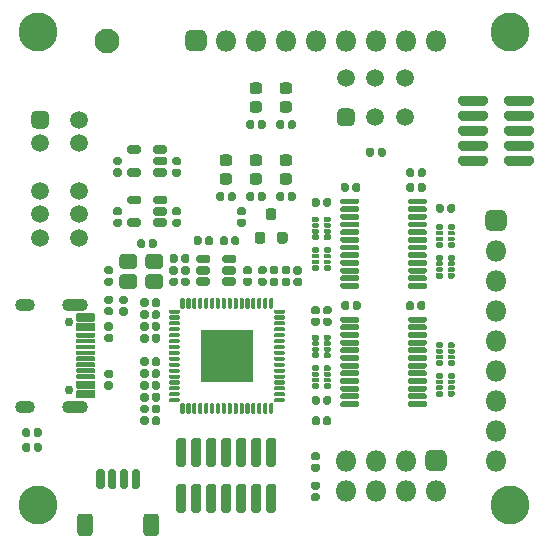
<source format=gts>
G04 #@! TF.GenerationSoftware,KiCad,Pcbnew,5.1.10*
G04 #@! TF.CreationDate,2021-09-21T16:24:46-07:00*
G04 #@! TF.ProjectId,tigard,74696761-7264-42e6-9b69-6361645f7063,v1.1*
G04 #@! TF.SameCoordinates,Original*
G04 #@! TF.FileFunction,Soldermask,Top*
G04 #@! TF.FilePolarity,Negative*
%FSLAX46Y46*%
G04 Gerber Fmt 4.6, Leading zero omitted, Abs format (unit mm)*
G04 Created by KiCad (PCBNEW 5.1.10) date 2021-09-21 16:24:46*
%MOMM*%
%LPD*%
G01*
G04 APERTURE LIST*
%ADD10O,2.200000X1.100000*%
%ADD11C,0.750000*%
%ADD12O,1.700000X1.100000*%
%ADD13O,1.800000X1.800000*%
%ADD14C,2.100000*%
%ADD15C,1.500000*%
%ADD16C,3.300000*%
G04 APERTURE END LIST*
G36*
G01*
X44930000Y-71210000D02*
X45350000Y-71210000D01*
G75*
G02*
X45560000Y-71420000I0J-210000D01*
G01*
X45560000Y-73500000D01*
G75*
G02*
X45350000Y-73710000I-210000J0D01*
G01*
X44930000Y-73710000D01*
G75*
G02*
X44720000Y-73500000I0J210000D01*
G01*
X44720000Y-71420000D01*
G75*
G02*
X44930000Y-71210000I210000J0D01*
G01*
G37*
G36*
G01*
X44930000Y-67310000D02*
X45350000Y-67310000D01*
G75*
G02*
X45560000Y-67520000I0J-210000D01*
G01*
X45560000Y-69600000D01*
G75*
G02*
X45350000Y-69810000I-210000J0D01*
G01*
X44930000Y-69810000D01*
G75*
G02*
X44720000Y-69600000I0J210000D01*
G01*
X44720000Y-67520000D01*
G75*
G02*
X44930000Y-67310000I210000J0D01*
G01*
G37*
G36*
G01*
X46200000Y-71210000D02*
X46620000Y-71210000D01*
G75*
G02*
X46830000Y-71420000I0J-210000D01*
G01*
X46830000Y-73500000D01*
G75*
G02*
X46620000Y-73710000I-210000J0D01*
G01*
X46200000Y-73710000D01*
G75*
G02*
X45990000Y-73500000I0J210000D01*
G01*
X45990000Y-71420000D01*
G75*
G02*
X46200000Y-71210000I210000J0D01*
G01*
G37*
G36*
G01*
X46200000Y-67310000D02*
X46620000Y-67310000D01*
G75*
G02*
X46830000Y-67520000I0J-210000D01*
G01*
X46830000Y-69600000D01*
G75*
G02*
X46620000Y-69810000I-210000J0D01*
G01*
X46200000Y-69810000D01*
G75*
G02*
X45990000Y-69600000I0J210000D01*
G01*
X45990000Y-67520000D01*
G75*
G02*
X46200000Y-67310000I210000J0D01*
G01*
G37*
G36*
G01*
X47470000Y-71210000D02*
X47890000Y-71210000D01*
G75*
G02*
X48100000Y-71420000I0J-210000D01*
G01*
X48100000Y-73500000D01*
G75*
G02*
X47890000Y-73710000I-210000J0D01*
G01*
X47470000Y-73710000D01*
G75*
G02*
X47260000Y-73500000I0J210000D01*
G01*
X47260000Y-71420000D01*
G75*
G02*
X47470000Y-71210000I210000J0D01*
G01*
G37*
G36*
G01*
X47470000Y-67310000D02*
X47890000Y-67310000D01*
G75*
G02*
X48100000Y-67520000I0J-210000D01*
G01*
X48100000Y-69600000D01*
G75*
G02*
X47890000Y-69810000I-210000J0D01*
G01*
X47470000Y-69810000D01*
G75*
G02*
X47260000Y-69600000I0J210000D01*
G01*
X47260000Y-67520000D01*
G75*
G02*
X47470000Y-67310000I210000J0D01*
G01*
G37*
G36*
G01*
X48740000Y-71210000D02*
X49160000Y-71210000D01*
G75*
G02*
X49370000Y-71420000I0J-210000D01*
G01*
X49370000Y-73500000D01*
G75*
G02*
X49160000Y-73710000I-210000J0D01*
G01*
X48740000Y-73710000D01*
G75*
G02*
X48530000Y-73500000I0J210000D01*
G01*
X48530000Y-71420000D01*
G75*
G02*
X48740000Y-71210000I210000J0D01*
G01*
G37*
G36*
G01*
X48740000Y-67310000D02*
X49160000Y-67310000D01*
G75*
G02*
X49370000Y-67520000I0J-210000D01*
G01*
X49370000Y-69600000D01*
G75*
G02*
X49160000Y-69810000I-210000J0D01*
G01*
X48740000Y-69810000D01*
G75*
G02*
X48530000Y-69600000I0J210000D01*
G01*
X48530000Y-67520000D01*
G75*
G02*
X48740000Y-67310000I210000J0D01*
G01*
G37*
G36*
G01*
X50010000Y-71210000D02*
X50430000Y-71210000D01*
G75*
G02*
X50640000Y-71420000I0J-210000D01*
G01*
X50640000Y-73500000D01*
G75*
G02*
X50430000Y-73710000I-210000J0D01*
G01*
X50010000Y-73710000D01*
G75*
G02*
X49800000Y-73500000I0J210000D01*
G01*
X49800000Y-71420000D01*
G75*
G02*
X50010000Y-71210000I210000J0D01*
G01*
G37*
G36*
G01*
X50010000Y-67310000D02*
X50430000Y-67310000D01*
G75*
G02*
X50640000Y-67520000I0J-210000D01*
G01*
X50640000Y-69600000D01*
G75*
G02*
X50430000Y-69810000I-210000J0D01*
G01*
X50010000Y-69810000D01*
G75*
G02*
X49800000Y-69600000I0J210000D01*
G01*
X49800000Y-67520000D01*
G75*
G02*
X50010000Y-67310000I210000J0D01*
G01*
G37*
G36*
G01*
X51280000Y-71210000D02*
X51700000Y-71210000D01*
G75*
G02*
X51910000Y-71420000I0J-210000D01*
G01*
X51910000Y-73500000D01*
G75*
G02*
X51700000Y-73710000I-210000J0D01*
G01*
X51280000Y-73710000D01*
G75*
G02*
X51070000Y-73500000I0J210000D01*
G01*
X51070000Y-71420000D01*
G75*
G02*
X51280000Y-71210000I210000J0D01*
G01*
G37*
G36*
G01*
X51280000Y-67310000D02*
X51700000Y-67310000D01*
G75*
G02*
X51910000Y-67520000I0J-210000D01*
G01*
X51910000Y-69600000D01*
G75*
G02*
X51700000Y-69810000I-210000J0D01*
G01*
X51280000Y-69810000D01*
G75*
G02*
X51070000Y-69600000I0J210000D01*
G01*
X51070000Y-67520000D01*
G75*
G02*
X51280000Y-67310000I210000J0D01*
G01*
G37*
G36*
G01*
X52550000Y-71210000D02*
X52970000Y-71210000D01*
G75*
G02*
X53180000Y-71420000I0J-210000D01*
G01*
X53180000Y-73500000D01*
G75*
G02*
X52970000Y-73710000I-210000J0D01*
G01*
X52550000Y-73710000D01*
G75*
G02*
X52340000Y-73500000I0J210000D01*
G01*
X52340000Y-71420000D01*
G75*
G02*
X52550000Y-71210000I210000J0D01*
G01*
G37*
G36*
G01*
X52550000Y-67310000D02*
X52970000Y-67310000D01*
G75*
G02*
X53180000Y-67520000I0J-210000D01*
G01*
X53180000Y-69600000D01*
G75*
G02*
X52970000Y-69810000I-210000J0D01*
G01*
X52550000Y-69810000D01*
G75*
G02*
X52340000Y-69600000I0J210000D01*
G01*
X52340000Y-67520000D01*
G75*
G02*
X52550000Y-67310000I210000J0D01*
G01*
G37*
G36*
G01*
X36320000Y-63300000D02*
X37770000Y-63300000D01*
G75*
G02*
X37820000Y-63350000I0J-50000D01*
G01*
X37820000Y-63950000D01*
G75*
G02*
X37770000Y-64000000I-50000J0D01*
G01*
X36320000Y-64000000D01*
G75*
G02*
X36270000Y-63950000I0J50000D01*
G01*
X36270000Y-63350000D01*
G75*
G02*
X36320000Y-63300000I50000J0D01*
G01*
G37*
G36*
G01*
X36320000Y-62500000D02*
X37770000Y-62500000D01*
G75*
G02*
X37820000Y-62550000I0J-50000D01*
G01*
X37820000Y-63150000D01*
G75*
G02*
X37770000Y-63200000I-50000J0D01*
G01*
X36320000Y-63200000D01*
G75*
G02*
X36270000Y-63150000I0J50000D01*
G01*
X36270000Y-62550000D01*
G75*
G02*
X36320000Y-62500000I50000J0D01*
G01*
G37*
G36*
G01*
X36320000Y-57600000D02*
X37770000Y-57600000D01*
G75*
G02*
X37820000Y-57650000I0J-50000D01*
G01*
X37820000Y-58250000D01*
G75*
G02*
X37770000Y-58300000I-50000J0D01*
G01*
X36320000Y-58300000D01*
G75*
G02*
X36270000Y-58250000I0J50000D01*
G01*
X36270000Y-57650000D01*
G75*
G02*
X36320000Y-57600000I50000J0D01*
G01*
G37*
G36*
G01*
X36320000Y-56800000D02*
X37770000Y-56800000D01*
G75*
G02*
X37820000Y-56850000I0J-50000D01*
G01*
X37820000Y-57450000D01*
G75*
G02*
X37770000Y-57500000I-50000J0D01*
G01*
X36320000Y-57500000D01*
G75*
G02*
X36270000Y-57450000I0J50000D01*
G01*
X36270000Y-56850000D01*
G75*
G02*
X36320000Y-56800000I50000J0D01*
G01*
G37*
G36*
G01*
X36320000Y-56800000D02*
X37770000Y-56800000D01*
G75*
G02*
X37820000Y-56850000I0J-50000D01*
G01*
X37820000Y-57450000D01*
G75*
G02*
X37770000Y-57500000I-50000J0D01*
G01*
X36320000Y-57500000D01*
G75*
G02*
X36270000Y-57450000I0J50000D01*
G01*
X36270000Y-56850000D01*
G75*
G02*
X36320000Y-56800000I50000J0D01*
G01*
G37*
G36*
G01*
X36320000Y-57600000D02*
X37770000Y-57600000D01*
G75*
G02*
X37820000Y-57650000I0J-50000D01*
G01*
X37820000Y-58250000D01*
G75*
G02*
X37770000Y-58300000I-50000J0D01*
G01*
X36320000Y-58300000D01*
G75*
G02*
X36270000Y-58250000I0J50000D01*
G01*
X36270000Y-57650000D01*
G75*
G02*
X36320000Y-57600000I50000J0D01*
G01*
G37*
G36*
G01*
X36320000Y-62500000D02*
X37770000Y-62500000D01*
G75*
G02*
X37820000Y-62550000I0J-50000D01*
G01*
X37820000Y-63150000D01*
G75*
G02*
X37770000Y-63200000I-50000J0D01*
G01*
X36320000Y-63200000D01*
G75*
G02*
X36270000Y-63150000I0J50000D01*
G01*
X36270000Y-62550000D01*
G75*
G02*
X36320000Y-62500000I50000J0D01*
G01*
G37*
G36*
G01*
X36320000Y-63300000D02*
X37770000Y-63300000D01*
G75*
G02*
X37820000Y-63350000I0J-50000D01*
G01*
X37820000Y-63950000D01*
G75*
G02*
X37770000Y-64000000I-50000J0D01*
G01*
X36320000Y-64000000D01*
G75*
G02*
X36270000Y-63950000I0J50000D01*
G01*
X36270000Y-63350000D01*
G75*
G02*
X36320000Y-63300000I50000J0D01*
G01*
G37*
G36*
G01*
X36320000Y-58450000D02*
X37770000Y-58450000D01*
G75*
G02*
X37820000Y-58500000I0J-50000D01*
G01*
X37820000Y-58800000D01*
G75*
G02*
X37770000Y-58850000I-50000J0D01*
G01*
X36320000Y-58850000D01*
G75*
G02*
X36270000Y-58800000I0J50000D01*
G01*
X36270000Y-58500000D01*
G75*
G02*
X36320000Y-58450000I50000J0D01*
G01*
G37*
G36*
G01*
X36320000Y-58950000D02*
X37770000Y-58950000D01*
G75*
G02*
X37820000Y-59000000I0J-50000D01*
G01*
X37820000Y-59300000D01*
G75*
G02*
X37770000Y-59350000I-50000J0D01*
G01*
X36320000Y-59350000D01*
G75*
G02*
X36270000Y-59300000I0J50000D01*
G01*
X36270000Y-59000000D01*
G75*
G02*
X36320000Y-58950000I50000J0D01*
G01*
G37*
G36*
G01*
X36320000Y-59450000D02*
X37770000Y-59450000D01*
G75*
G02*
X37820000Y-59500000I0J-50000D01*
G01*
X37820000Y-59800000D01*
G75*
G02*
X37770000Y-59850000I-50000J0D01*
G01*
X36320000Y-59850000D01*
G75*
G02*
X36270000Y-59800000I0J50000D01*
G01*
X36270000Y-59500000D01*
G75*
G02*
X36320000Y-59450000I50000J0D01*
G01*
G37*
G36*
G01*
X36320000Y-60450000D02*
X37770000Y-60450000D01*
G75*
G02*
X37820000Y-60500000I0J-50000D01*
G01*
X37820000Y-60800000D01*
G75*
G02*
X37770000Y-60850000I-50000J0D01*
G01*
X36320000Y-60850000D01*
G75*
G02*
X36270000Y-60800000I0J50000D01*
G01*
X36270000Y-60500000D01*
G75*
G02*
X36320000Y-60450000I50000J0D01*
G01*
G37*
G36*
G01*
X36320000Y-60950000D02*
X37770000Y-60950000D01*
G75*
G02*
X37820000Y-61000000I0J-50000D01*
G01*
X37820000Y-61300000D01*
G75*
G02*
X37770000Y-61350000I-50000J0D01*
G01*
X36320000Y-61350000D01*
G75*
G02*
X36270000Y-61300000I0J50000D01*
G01*
X36270000Y-61000000D01*
G75*
G02*
X36320000Y-60950000I50000J0D01*
G01*
G37*
G36*
G01*
X36320000Y-61450000D02*
X37770000Y-61450000D01*
G75*
G02*
X37820000Y-61500000I0J-50000D01*
G01*
X37820000Y-61800000D01*
G75*
G02*
X37770000Y-61850000I-50000J0D01*
G01*
X36320000Y-61850000D01*
G75*
G02*
X36270000Y-61800000I0J50000D01*
G01*
X36270000Y-61500000D01*
G75*
G02*
X36320000Y-61450000I50000J0D01*
G01*
G37*
G36*
G01*
X36320000Y-61950000D02*
X37770000Y-61950000D01*
G75*
G02*
X37820000Y-62000000I0J-50000D01*
G01*
X37820000Y-62300000D01*
G75*
G02*
X37770000Y-62350000I-50000J0D01*
G01*
X36320000Y-62350000D01*
G75*
G02*
X36270000Y-62300000I0J50000D01*
G01*
X36270000Y-62000000D01*
G75*
G02*
X36320000Y-61950000I50000J0D01*
G01*
G37*
G36*
G01*
X36320000Y-59950000D02*
X37770000Y-59950000D01*
G75*
G02*
X37820000Y-60000000I0J-50000D01*
G01*
X37820000Y-60300000D01*
G75*
G02*
X37770000Y-60350000I-50000J0D01*
G01*
X36320000Y-60350000D01*
G75*
G02*
X36270000Y-60300000I0J50000D01*
G01*
X36270000Y-60000000D01*
G75*
G02*
X36320000Y-59950000I50000J0D01*
G01*
G37*
D10*
X36130000Y-64720000D03*
X36130000Y-56080000D03*
D11*
X35600000Y-57510000D03*
D12*
X31950000Y-56080000D03*
D11*
X35600000Y-63290000D03*
D12*
X31950000Y-64720000D03*
G36*
G01*
X70880000Y-49390000D02*
X70880000Y-48490000D01*
G75*
G02*
X71330000Y-48040000I450000J0D01*
G01*
X72230000Y-48040000D01*
G75*
G02*
X72680000Y-48490000I0J-450000D01*
G01*
X72680000Y-49390000D01*
G75*
G02*
X72230000Y-49840000I-450000J0D01*
G01*
X71330000Y-49840000D01*
G75*
G02*
X70880000Y-49390000I0J450000D01*
G01*
G37*
D13*
X71780000Y-51480000D03*
X71780000Y-54020000D03*
X71780000Y-56560000D03*
X71780000Y-59100000D03*
X71780000Y-61640000D03*
X71780000Y-64180000D03*
X71780000Y-66720000D03*
X71780000Y-69260000D03*
G36*
G01*
X64345000Y-47450000D02*
X64345000Y-47200000D01*
G75*
G02*
X64470000Y-47075000I125000J0D01*
G01*
X65795000Y-47075000D01*
G75*
G02*
X65920000Y-47200000I0J-125000D01*
G01*
X65920000Y-47450000D01*
G75*
G02*
X65795000Y-47575000I-125000J0D01*
G01*
X64470000Y-47575000D01*
G75*
G02*
X64345000Y-47450000I0J125000D01*
G01*
G37*
G36*
G01*
X64345000Y-48100000D02*
X64345000Y-47850000D01*
G75*
G02*
X64470000Y-47725000I125000J0D01*
G01*
X65795000Y-47725000D01*
G75*
G02*
X65920000Y-47850000I0J-125000D01*
G01*
X65920000Y-48100000D01*
G75*
G02*
X65795000Y-48225000I-125000J0D01*
G01*
X64470000Y-48225000D01*
G75*
G02*
X64345000Y-48100000I0J125000D01*
G01*
G37*
G36*
G01*
X64345000Y-48750000D02*
X64345000Y-48500000D01*
G75*
G02*
X64470000Y-48375000I125000J0D01*
G01*
X65795000Y-48375000D01*
G75*
G02*
X65920000Y-48500000I0J-125000D01*
G01*
X65920000Y-48750000D01*
G75*
G02*
X65795000Y-48875000I-125000J0D01*
G01*
X64470000Y-48875000D01*
G75*
G02*
X64345000Y-48750000I0J125000D01*
G01*
G37*
G36*
G01*
X64345000Y-49400000D02*
X64345000Y-49150000D01*
G75*
G02*
X64470000Y-49025000I125000J0D01*
G01*
X65795000Y-49025000D01*
G75*
G02*
X65920000Y-49150000I0J-125000D01*
G01*
X65920000Y-49400000D01*
G75*
G02*
X65795000Y-49525000I-125000J0D01*
G01*
X64470000Y-49525000D01*
G75*
G02*
X64345000Y-49400000I0J125000D01*
G01*
G37*
G36*
G01*
X64345000Y-50050000D02*
X64345000Y-49800000D01*
G75*
G02*
X64470000Y-49675000I125000J0D01*
G01*
X65795000Y-49675000D01*
G75*
G02*
X65920000Y-49800000I0J-125000D01*
G01*
X65920000Y-50050000D01*
G75*
G02*
X65795000Y-50175000I-125000J0D01*
G01*
X64470000Y-50175000D01*
G75*
G02*
X64345000Y-50050000I0J125000D01*
G01*
G37*
G36*
G01*
X64345000Y-50700000D02*
X64345000Y-50450000D01*
G75*
G02*
X64470000Y-50325000I125000J0D01*
G01*
X65795000Y-50325000D01*
G75*
G02*
X65920000Y-50450000I0J-125000D01*
G01*
X65920000Y-50700000D01*
G75*
G02*
X65795000Y-50825000I-125000J0D01*
G01*
X64470000Y-50825000D01*
G75*
G02*
X64345000Y-50700000I0J125000D01*
G01*
G37*
G36*
G01*
X64345000Y-51350000D02*
X64345000Y-51100000D01*
G75*
G02*
X64470000Y-50975000I125000J0D01*
G01*
X65795000Y-50975000D01*
G75*
G02*
X65920000Y-51100000I0J-125000D01*
G01*
X65920000Y-51350000D01*
G75*
G02*
X65795000Y-51475000I-125000J0D01*
G01*
X64470000Y-51475000D01*
G75*
G02*
X64345000Y-51350000I0J125000D01*
G01*
G37*
G36*
G01*
X64345000Y-52000000D02*
X64345000Y-51750000D01*
G75*
G02*
X64470000Y-51625000I125000J0D01*
G01*
X65795000Y-51625000D01*
G75*
G02*
X65920000Y-51750000I0J-125000D01*
G01*
X65920000Y-52000000D01*
G75*
G02*
X65795000Y-52125000I-125000J0D01*
G01*
X64470000Y-52125000D01*
G75*
G02*
X64345000Y-52000000I0J125000D01*
G01*
G37*
G36*
G01*
X64345000Y-52650000D02*
X64345000Y-52400000D01*
G75*
G02*
X64470000Y-52275000I125000J0D01*
G01*
X65795000Y-52275000D01*
G75*
G02*
X65920000Y-52400000I0J-125000D01*
G01*
X65920000Y-52650000D01*
G75*
G02*
X65795000Y-52775000I-125000J0D01*
G01*
X64470000Y-52775000D01*
G75*
G02*
X64345000Y-52650000I0J125000D01*
G01*
G37*
G36*
G01*
X64345000Y-53300000D02*
X64345000Y-53050000D01*
G75*
G02*
X64470000Y-52925000I125000J0D01*
G01*
X65795000Y-52925000D01*
G75*
G02*
X65920000Y-53050000I0J-125000D01*
G01*
X65920000Y-53300000D01*
G75*
G02*
X65795000Y-53425000I-125000J0D01*
G01*
X64470000Y-53425000D01*
G75*
G02*
X64345000Y-53300000I0J125000D01*
G01*
G37*
G36*
G01*
X64345000Y-53950000D02*
X64345000Y-53700000D01*
G75*
G02*
X64470000Y-53575000I125000J0D01*
G01*
X65795000Y-53575000D01*
G75*
G02*
X65920000Y-53700000I0J-125000D01*
G01*
X65920000Y-53950000D01*
G75*
G02*
X65795000Y-54075000I-125000J0D01*
G01*
X64470000Y-54075000D01*
G75*
G02*
X64345000Y-53950000I0J125000D01*
G01*
G37*
G36*
G01*
X64345000Y-54600000D02*
X64345000Y-54350000D01*
G75*
G02*
X64470000Y-54225000I125000J0D01*
G01*
X65795000Y-54225000D01*
G75*
G02*
X65920000Y-54350000I0J-125000D01*
G01*
X65920000Y-54600000D01*
G75*
G02*
X65795000Y-54725000I-125000J0D01*
G01*
X64470000Y-54725000D01*
G75*
G02*
X64345000Y-54600000I0J125000D01*
G01*
G37*
G36*
G01*
X58620000Y-54600000D02*
X58620000Y-54350000D01*
G75*
G02*
X58745000Y-54225000I125000J0D01*
G01*
X60070000Y-54225000D01*
G75*
G02*
X60195000Y-54350000I0J-125000D01*
G01*
X60195000Y-54600000D01*
G75*
G02*
X60070000Y-54725000I-125000J0D01*
G01*
X58745000Y-54725000D01*
G75*
G02*
X58620000Y-54600000I0J125000D01*
G01*
G37*
G36*
G01*
X58620000Y-53950000D02*
X58620000Y-53700000D01*
G75*
G02*
X58745000Y-53575000I125000J0D01*
G01*
X60070000Y-53575000D01*
G75*
G02*
X60195000Y-53700000I0J-125000D01*
G01*
X60195000Y-53950000D01*
G75*
G02*
X60070000Y-54075000I-125000J0D01*
G01*
X58745000Y-54075000D01*
G75*
G02*
X58620000Y-53950000I0J125000D01*
G01*
G37*
G36*
G01*
X58620000Y-53300000D02*
X58620000Y-53050000D01*
G75*
G02*
X58745000Y-52925000I125000J0D01*
G01*
X60070000Y-52925000D01*
G75*
G02*
X60195000Y-53050000I0J-125000D01*
G01*
X60195000Y-53300000D01*
G75*
G02*
X60070000Y-53425000I-125000J0D01*
G01*
X58745000Y-53425000D01*
G75*
G02*
X58620000Y-53300000I0J125000D01*
G01*
G37*
G36*
G01*
X58620000Y-52650000D02*
X58620000Y-52400000D01*
G75*
G02*
X58745000Y-52275000I125000J0D01*
G01*
X60070000Y-52275000D01*
G75*
G02*
X60195000Y-52400000I0J-125000D01*
G01*
X60195000Y-52650000D01*
G75*
G02*
X60070000Y-52775000I-125000J0D01*
G01*
X58745000Y-52775000D01*
G75*
G02*
X58620000Y-52650000I0J125000D01*
G01*
G37*
G36*
G01*
X58620000Y-52000000D02*
X58620000Y-51750000D01*
G75*
G02*
X58745000Y-51625000I125000J0D01*
G01*
X60070000Y-51625000D01*
G75*
G02*
X60195000Y-51750000I0J-125000D01*
G01*
X60195000Y-52000000D01*
G75*
G02*
X60070000Y-52125000I-125000J0D01*
G01*
X58745000Y-52125000D01*
G75*
G02*
X58620000Y-52000000I0J125000D01*
G01*
G37*
G36*
G01*
X58620000Y-51350000D02*
X58620000Y-51100000D01*
G75*
G02*
X58745000Y-50975000I125000J0D01*
G01*
X60070000Y-50975000D01*
G75*
G02*
X60195000Y-51100000I0J-125000D01*
G01*
X60195000Y-51350000D01*
G75*
G02*
X60070000Y-51475000I-125000J0D01*
G01*
X58745000Y-51475000D01*
G75*
G02*
X58620000Y-51350000I0J125000D01*
G01*
G37*
G36*
G01*
X58620000Y-50700000D02*
X58620000Y-50450000D01*
G75*
G02*
X58745000Y-50325000I125000J0D01*
G01*
X60070000Y-50325000D01*
G75*
G02*
X60195000Y-50450000I0J-125000D01*
G01*
X60195000Y-50700000D01*
G75*
G02*
X60070000Y-50825000I-125000J0D01*
G01*
X58745000Y-50825000D01*
G75*
G02*
X58620000Y-50700000I0J125000D01*
G01*
G37*
G36*
G01*
X58620000Y-50050000D02*
X58620000Y-49800000D01*
G75*
G02*
X58745000Y-49675000I125000J0D01*
G01*
X60070000Y-49675000D01*
G75*
G02*
X60195000Y-49800000I0J-125000D01*
G01*
X60195000Y-50050000D01*
G75*
G02*
X60070000Y-50175000I-125000J0D01*
G01*
X58745000Y-50175000D01*
G75*
G02*
X58620000Y-50050000I0J125000D01*
G01*
G37*
G36*
G01*
X58620000Y-49400000D02*
X58620000Y-49150000D01*
G75*
G02*
X58745000Y-49025000I125000J0D01*
G01*
X60070000Y-49025000D01*
G75*
G02*
X60195000Y-49150000I0J-125000D01*
G01*
X60195000Y-49400000D01*
G75*
G02*
X60070000Y-49525000I-125000J0D01*
G01*
X58745000Y-49525000D01*
G75*
G02*
X58620000Y-49400000I0J125000D01*
G01*
G37*
G36*
G01*
X58620000Y-48750000D02*
X58620000Y-48500000D01*
G75*
G02*
X58745000Y-48375000I125000J0D01*
G01*
X60070000Y-48375000D01*
G75*
G02*
X60195000Y-48500000I0J-125000D01*
G01*
X60195000Y-48750000D01*
G75*
G02*
X60070000Y-48875000I-125000J0D01*
G01*
X58745000Y-48875000D01*
G75*
G02*
X58620000Y-48750000I0J125000D01*
G01*
G37*
G36*
G01*
X58620000Y-48100000D02*
X58620000Y-47850000D01*
G75*
G02*
X58745000Y-47725000I125000J0D01*
G01*
X60070000Y-47725000D01*
G75*
G02*
X60195000Y-47850000I0J-125000D01*
G01*
X60195000Y-48100000D01*
G75*
G02*
X60070000Y-48225000I-125000J0D01*
G01*
X58745000Y-48225000D01*
G75*
G02*
X58620000Y-48100000I0J125000D01*
G01*
G37*
G36*
G01*
X58620000Y-47450000D02*
X58620000Y-47200000D01*
G75*
G02*
X58745000Y-47075000I125000J0D01*
G01*
X60070000Y-47075000D01*
G75*
G02*
X60195000Y-47200000I0J-125000D01*
G01*
X60195000Y-47450000D01*
G75*
G02*
X60070000Y-47575000I-125000J0D01*
G01*
X58745000Y-47575000D01*
G75*
G02*
X58620000Y-47450000I0J125000D01*
G01*
G37*
G36*
G01*
X41945000Y-75379168D02*
X41945000Y-74020832D01*
G75*
G02*
X42215832Y-73750000I270832J0D01*
G01*
X42974168Y-73750000D01*
G75*
G02*
X43245000Y-74020832I0J-270832D01*
G01*
X43245000Y-75379168D01*
G75*
G02*
X42974168Y-75650000I-270832J0D01*
G01*
X42215832Y-75650000D01*
G75*
G02*
X41945000Y-75379168I0J270832D01*
G01*
G37*
G36*
G01*
X36345000Y-75379168D02*
X36345000Y-74020832D01*
G75*
G02*
X36615832Y-73750000I270832J0D01*
G01*
X37374168Y-73750000D01*
G75*
G02*
X37645000Y-74020832I0J-270832D01*
G01*
X37645000Y-75379168D01*
G75*
G02*
X37374168Y-75650000I-270832J0D01*
G01*
X36615832Y-75650000D01*
G75*
G02*
X36345000Y-75379168I0J270832D01*
G01*
G37*
G36*
G01*
X40945000Y-71475000D02*
X40945000Y-70175000D01*
G75*
G02*
X41120000Y-70000000I175000J0D01*
G01*
X41470000Y-70000000D01*
G75*
G02*
X41645000Y-70175000I0J-175000D01*
G01*
X41645000Y-71475000D01*
G75*
G02*
X41470000Y-71650000I-175000J0D01*
G01*
X41120000Y-71650000D01*
G75*
G02*
X40945000Y-71475000I0J175000D01*
G01*
G37*
G36*
G01*
X39945000Y-71475000D02*
X39945000Y-70175000D01*
G75*
G02*
X40120000Y-70000000I175000J0D01*
G01*
X40470000Y-70000000D01*
G75*
G02*
X40645000Y-70175000I0J-175000D01*
G01*
X40645000Y-71475000D01*
G75*
G02*
X40470000Y-71650000I-175000J0D01*
G01*
X40120000Y-71650000D01*
G75*
G02*
X39945000Y-71475000I0J175000D01*
G01*
G37*
G36*
G01*
X38945000Y-71475000D02*
X38945000Y-70175000D01*
G75*
G02*
X39120000Y-70000000I175000J0D01*
G01*
X39470000Y-70000000D01*
G75*
G02*
X39645000Y-70175000I0J-175000D01*
G01*
X39645000Y-71475000D01*
G75*
G02*
X39470000Y-71650000I-175000J0D01*
G01*
X39120000Y-71650000D01*
G75*
G02*
X38945000Y-71475000I0J175000D01*
G01*
G37*
G36*
G01*
X37945000Y-71475000D02*
X37945000Y-70175000D01*
G75*
G02*
X38120000Y-70000000I175000J0D01*
G01*
X38470000Y-70000000D01*
G75*
G02*
X38645000Y-70175000I0J-175000D01*
G01*
X38645000Y-71475000D01*
G75*
G02*
X38470000Y-71650000I-175000J0D01*
G01*
X38120000Y-71650000D01*
G75*
G02*
X37945000Y-71475000I0J175000D01*
G01*
G37*
D14*
X38890000Y-33700000D03*
D15*
X64080000Y-40200000D03*
X61580000Y-40200000D03*
G36*
G01*
X58330000Y-40575000D02*
X58330000Y-39825000D01*
G75*
G02*
X58705000Y-39450000I375000J0D01*
G01*
X59455000Y-39450000D01*
G75*
G02*
X59830000Y-39825000I0J-375000D01*
G01*
X59830000Y-40575000D01*
G75*
G02*
X59455000Y-40950000I-375000J0D01*
G01*
X58705000Y-40950000D01*
G75*
G02*
X58330000Y-40575000I0J375000D01*
G01*
G37*
X64080000Y-36900000D03*
X61580000Y-36900000D03*
X59080000Y-36900000D03*
G36*
G01*
X66250000Y-68360000D02*
X67150000Y-68360000D01*
G75*
G02*
X67600000Y-68810000I0J-450000D01*
G01*
X67600000Y-69710000D01*
G75*
G02*
X67150000Y-70160000I-450000J0D01*
G01*
X66250000Y-70160000D01*
G75*
G02*
X65800000Y-69710000I0J450000D01*
G01*
X65800000Y-68810000D01*
G75*
G02*
X66250000Y-68360000I450000J0D01*
G01*
G37*
D13*
X66700000Y-71800000D03*
X64160000Y-69260000D03*
X64160000Y-71800000D03*
X61620000Y-69260000D03*
X61620000Y-71800000D03*
X59080000Y-69260000D03*
X59080000Y-71800000D03*
G36*
G01*
X72480000Y-44070000D02*
X72480000Y-43650000D01*
G75*
G02*
X72690000Y-43440000I210000J0D01*
G01*
X74770000Y-43440000D01*
G75*
G02*
X74980000Y-43650000I0J-210000D01*
G01*
X74980000Y-44070000D01*
G75*
G02*
X74770000Y-44280000I-210000J0D01*
G01*
X72690000Y-44280000D01*
G75*
G02*
X72480000Y-44070000I0J210000D01*
G01*
G37*
G36*
G01*
X68580000Y-44070000D02*
X68580000Y-43650000D01*
G75*
G02*
X68790000Y-43440000I210000J0D01*
G01*
X70870000Y-43440000D01*
G75*
G02*
X71080000Y-43650000I0J-210000D01*
G01*
X71080000Y-44070000D01*
G75*
G02*
X70870000Y-44280000I-210000J0D01*
G01*
X68790000Y-44280000D01*
G75*
G02*
X68580000Y-44070000I0J210000D01*
G01*
G37*
G36*
G01*
X72480000Y-42800000D02*
X72480000Y-42380000D01*
G75*
G02*
X72690000Y-42170000I210000J0D01*
G01*
X74770000Y-42170000D01*
G75*
G02*
X74980000Y-42380000I0J-210000D01*
G01*
X74980000Y-42800000D01*
G75*
G02*
X74770000Y-43010000I-210000J0D01*
G01*
X72690000Y-43010000D01*
G75*
G02*
X72480000Y-42800000I0J210000D01*
G01*
G37*
G36*
G01*
X68580000Y-42800000D02*
X68580000Y-42380000D01*
G75*
G02*
X68790000Y-42170000I210000J0D01*
G01*
X70870000Y-42170000D01*
G75*
G02*
X71080000Y-42380000I0J-210000D01*
G01*
X71080000Y-42800000D01*
G75*
G02*
X70870000Y-43010000I-210000J0D01*
G01*
X68790000Y-43010000D01*
G75*
G02*
X68580000Y-42800000I0J210000D01*
G01*
G37*
G36*
G01*
X72480000Y-41530000D02*
X72480000Y-41110000D01*
G75*
G02*
X72690000Y-40900000I210000J0D01*
G01*
X74770000Y-40900000D01*
G75*
G02*
X74980000Y-41110000I0J-210000D01*
G01*
X74980000Y-41530000D01*
G75*
G02*
X74770000Y-41740000I-210000J0D01*
G01*
X72690000Y-41740000D01*
G75*
G02*
X72480000Y-41530000I0J210000D01*
G01*
G37*
G36*
G01*
X68580000Y-41530000D02*
X68580000Y-41110000D01*
G75*
G02*
X68790000Y-40900000I210000J0D01*
G01*
X70870000Y-40900000D01*
G75*
G02*
X71080000Y-41110000I0J-210000D01*
G01*
X71080000Y-41530000D01*
G75*
G02*
X70870000Y-41740000I-210000J0D01*
G01*
X68790000Y-41740000D01*
G75*
G02*
X68580000Y-41530000I0J210000D01*
G01*
G37*
G36*
G01*
X72480000Y-40260000D02*
X72480000Y-39840000D01*
G75*
G02*
X72690000Y-39630000I210000J0D01*
G01*
X74770000Y-39630000D01*
G75*
G02*
X74980000Y-39840000I0J-210000D01*
G01*
X74980000Y-40260000D01*
G75*
G02*
X74770000Y-40470000I-210000J0D01*
G01*
X72690000Y-40470000D01*
G75*
G02*
X72480000Y-40260000I0J210000D01*
G01*
G37*
G36*
G01*
X68580000Y-40260000D02*
X68580000Y-39840000D01*
G75*
G02*
X68790000Y-39630000I210000J0D01*
G01*
X70870000Y-39630000D01*
G75*
G02*
X71080000Y-39840000I0J-210000D01*
G01*
X71080000Y-40260000D01*
G75*
G02*
X70870000Y-40470000I-210000J0D01*
G01*
X68790000Y-40470000D01*
G75*
G02*
X68580000Y-40260000I0J210000D01*
G01*
G37*
G36*
G01*
X72480000Y-38990000D02*
X72480000Y-38570000D01*
G75*
G02*
X72690000Y-38360000I210000J0D01*
G01*
X74770000Y-38360000D01*
G75*
G02*
X74980000Y-38570000I0J-210000D01*
G01*
X74980000Y-38990000D01*
G75*
G02*
X74770000Y-39200000I-210000J0D01*
G01*
X72690000Y-39200000D01*
G75*
G02*
X72480000Y-38990000I0J210000D01*
G01*
G37*
G36*
G01*
X68580000Y-38990000D02*
X68580000Y-38570000D01*
G75*
G02*
X68790000Y-38360000I210000J0D01*
G01*
X70870000Y-38360000D01*
G75*
G02*
X71080000Y-38570000I0J-210000D01*
G01*
X71080000Y-38990000D01*
G75*
G02*
X70870000Y-39200000I-210000J0D01*
G01*
X68790000Y-39200000D01*
G75*
G02*
X68580000Y-38990000I0J210000D01*
G01*
G37*
G36*
G01*
X46830000Y-34600000D02*
X45930000Y-34600000D01*
G75*
G02*
X45480000Y-34150000I0J450000D01*
G01*
X45480000Y-33250000D01*
G75*
G02*
X45930000Y-32800000I450000J0D01*
G01*
X46830000Y-32800000D01*
G75*
G02*
X47280000Y-33250000I0J-450000D01*
G01*
X47280000Y-34150000D01*
G75*
G02*
X46830000Y-34600000I-450000J0D01*
G01*
G37*
X48920000Y-33700000D03*
X51460000Y-33700000D03*
X54000000Y-33700000D03*
X56540000Y-33700000D03*
X59080000Y-33700000D03*
X61620000Y-33700000D03*
X64160000Y-33700000D03*
X66700000Y-33700000D03*
D15*
X33200000Y-50400000D03*
X33200000Y-48400000D03*
X33200000Y-46400000D03*
X33200000Y-42400000D03*
G36*
G01*
X32825000Y-39650000D02*
X33575000Y-39650000D01*
G75*
G02*
X33950000Y-40025000I0J-375000D01*
G01*
X33950000Y-40775000D01*
G75*
G02*
X33575000Y-41150000I-375000J0D01*
G01*
X32825000Y-41150000D01*
G75*
G02*
X32450000Y-40775000I0J375000D01*
G01*
X32450000Y-40025000D01*
G75*
G02*
X32825000Y-39650000I375000J0D01*
G01*
G37*
X36500000Y-50400000D03*
X36500000Y-48400000D03*
X36500000Y-46400000D03*
X36500000Y-42400000D03*
X36500000Y-40400000D03*
G36*
G01*
X58620000Y-57450000D02*
X58620000Y-57200000D01*
G75*
G02*
X58745000Y-57075000I125000J0D01*
G01*
X60070000Y-57075000D01*
G75*
G02*
X60195000Y-57200000I0J-125000D01*
G01*
X60195000Y-57450000D01*
G75*
G02*
X60070000Y-57575000I-125000J0D01*
G01*
X58745000Y-57575000D01*
G75*
G02*
X58620000Y-57450000I0J125000D01*
G01*
G37*
G36*
G01*
X58620000Y-58100000D02*
X58620000Y-57850000D01*
G75*
G02*
X58745000Y-57725000I125000J0D01*
G01*
X60070000Y-57725000D01*
G75*
G02*
X60195000Y-57850000I0J-125000D01*
G01*
X60195000Y-58100000D01*
G75*
G02*
X60070000Y-58225000I-125000J0D01*
G01*
X58745000Y-58225000D01*
G75*
G02*
X58620000Y-58100000I0J125000D01*
G01*
G37*
G36*
G01*
X58620000Y-58750000D02*
X58620000Y-58500000D01*
G75*
G02*
X58745000Y-58375000I125000J0D01*
G01*
X60070000Y-58375000D01*
G75*
G02*
X60195000Y-58500000I0J-125000D01*
G01*
X60195000Y-58750000D01*
G75*
G02*
X60070000Y-58875000I-125000J0D01*
G01*
X58745000Y-58875000D01*
G75*
G02*
X58620000Y-58750000I0J125000D01*
G01*
G37*
G36*
G01*
X58620000Y-59400000D02*
X58620000Y-59150000D01*
G75*
G02*
X58745000Y-59025000I125000J0D01*
G01*
X60070000Y-59025000D01*
G75*
G02*
X60195000Y-59150000I0J-125000D01*
G01*
X60195000Y-59400000D01*
G75*
G02*
X60070000Y-59525000I-125000J0D01*
G01*
X58745000Y-59525000D01*
G75*
G02*
X58620000Y-59400000I0J125000D01*
G01*
G37*
G36*
G01*
X58620000Y-60050000D02*
X58620000Y-59800000D01*
G75*
G02*
X58745000Y-59675000I125000J0D01*
G01*
X60070000Y-59675000D01*
G75*
G02*
X60195000Y-59800000I0J-125000D01*
G01*
X60195000Y-60050000D01*
G75*
G02*
X60070000Y-60175000I-125000J0D01*
G01*
X58745000Y-60175000D01*
G75*
G02*
X58620000Y-60050000I0J125000D01*
G01*
G37*
G36*
G01*
X58620000Y-60700000D02*
X58620000Y-60450000D01*
G75*
G02*
X58745000Y-60325000I125000J0D01*
G01*
X60070000Y-60325000D01*
G75*
G02*
X60195000Y-60450000I0J-125000D01*
G01*
X60195000Y-60700000D01*
G75*
G02*
X60070000Y-60825000I-125000J0D01*
G01*
X58745000Y-60825000D01*
G75*
G02*
X58620000Y-60700000I0J125000D01*
G01*
G37*
G36*
G01*
X58620000Y-61350000D02*
X58620000Y-61100000D01*
G75*
G02*
X58745000Y-60975000I125000J0D01*
G01*
X60070000Y-60975000D01*
G75*
G02*
X60195000Y-61100000I0J-125000D01*
G01*
X60195000Y-61350000D01*
G75*
G02*
X60070000Y-61475000I-125000J0D01*
G01*
X58745000Y-61475000D01*
G75*
G02*
X58620000Y-61350000I0J125000D01*
G01*
G37*
G36*
G01*
X58620000Y-62000000D02*
X58620000Y-61750000D01*
G75*
G02*
X58745000Y-61625000I125000J0D01*
G01*
X60070000Y-61625000D01*
G75*
G02*
X60195000Y-61750000I0J-125000D01*
G01*
X60195000Y-62000000D01*
G75*
G02*
X60070000Y-62125000I-125000J0D01*
G01*
X58745000Y-62125000D01*
G75*
G02*
X58620000Y-62000000I0J125000D01*
G01*
G37*
G36*
G01*
X58620000Y-62650000D02*
X58620000Y-62400000D01*
G75*
G02*
X58745000Y-62275000I125000J0D01*
G01*
X60070000Y-62275000D01*
G75*
G02*
X60195000Y-62400000I0J-125000D01*
G01*
X60195000Y-62650000D01*
G75*
G02*
X60070000Y-62775000I-125000J0D01*
G01*
X58745000Y-62775000D01*
G75*
G02*
X58620000Y-62650000I0J125000D01*
G01*
G37*
G36*
G01*
X58620000Y-63300000D02*
X58620000Y-63050000D01*
G75*
G02*
X58745000Y-62925000I125000J0D01*
G01*
X60070000Y-62925000D01*
G75*
G02*
X60195000Y-63050000I0J-125000D01*
G01*
X60195000Y-63300000D01*
G75*
G02*
X60070000Y-63425000I-125000J0D01*
G01*
X58745000Y-63425000D01*
G75*
G02*
X58620000Y-63300000I0J125000D01*
G01*
G37*
G36*
G01*
X58620000Y-63950000D02*
X58620000Y-63700000D01*
G75*
G02*
X58745000Y-63575000I125000J0D01*
G01*
X60070000Y-63575000D01*
G75*
G02*
X60195000Y-63700000I0J-125000D01*
G01*
X60195000Y-63950000D01*
G75*
G02*
X60070000Y-64075000I-125000J0D01*
G01*
X58745000Y-64075000D01*
G75*
G02*
X58620000Y-63950000I0J125000D01*
G01*
G37*
G36*
G01*
X58620000Y-64600000D02*
X58620000Y-64350000D01*
G75*
G02*
X58745000Y-64225000I125000J0D01*
G01*
X60070000Y-64225000D01*
G75*
G02*
X60195000Y-64350000I0J-125000D01*
G01*
X60195000Y-64600000D01*
G75*
G02*
X60070000Y-64725000I-125000J0D01*
G01*
X58745000Y-64725000D01*
G75*
G02*
X58620000Y-64600000I0J125000D01*
G01*
G37*
G36*
G01*
X64345000Y-64600000D02*
X64345000Y-64350000D01*
G75*
G02*
X64470000Y-64225000I125000J0D01*
G01*
X65795000Y-64225000D01*
G75*
G02*
X65920000Y-64350000I0J-125000D01*
G01*
X65920000Y-64600000D01*
G75*
G02*
X65795000Y-64725000I-125000J0D01*
G01*
X64470000Y-64725000D01*
G75*
G02*
X64345000Y-64600000I0J125000D01*
G01*
G37*
G36*
G01*
X64345000Y-63950000D02*
X64345000Y-63700000D01*
G75*
G02*
X64470000Y-63575000I125000J0D01*
G01*
X65795000Y-63575000D01*
G75*
G02*
X65920000Y-63700000I0J-125000D01*
G01*
X65920000Y-63950000D01*
G75*
G02*
X65795000Y-64075000I-125000J0D01*
G01*
X64470000Y-64075000D01*
G75*
G02*
X64345000Y-63950000I0J125000D01*
G01*
G37*
G36*
G01*
X64345000Y-63300000D02*
X64345000Y-63050000D01*
G75*
G02*
X64470000Y-62925000I125000J0D01*
G01*
X65795000Y-62925000D01*
G75*
G02*
X65920000Y-63050000I0J-125000D01*
G01*
X65920000Y-63300000D01*
G75*
G02*
X65795000Y-63425000I-125000J0D01*
G01*
X64470000Y-63425000D01*
G75*
G02*
X64345000Y-63300000I0J125000D01*
G01*
G37*
G36*
G01*
X64345000Y-62650000D02*
X64345000Y-62400000D01*
G75*
G02*
X64470000Y-62275000I125000J0D01*
G01*
X65795000Y-62275000D01*
G75*
G02*
X65920000Y-62400000I0J-125000D01*
G01*
X65920000Y-62650000D01*
G75*
G02*
X65795000Y-62775000I-125000J0D01*
G01*
X64470000Y-62775000D01*
G75*
G02*
X64345000Y-62650000I0J125000D01*
G01*
G37*
G36*
G01*
X64345000Y-62000000D02*
X64345000Y-61750000D01*
G75*
G02*
X64470000Y-61625000I125000J0D01*
G01*
X65795000Y-61625000D01*
G75*
G02*
X65920000Y-61750000I0J-125000D01*
G01*
X65920000Y-62000000D01*
G75*
G02*
X65795000Y-62125000I-125000J0D01*
G01*
X64470000Y-62125000D01*
G75*
G02*
X64345000Y-62000000I0J125000D01*
G01*
G37*
G36*
G01*
X64345000Y-61350000D02*
X64345000Y-61100000D01*
G75*
G02*
X64470000Y-60975000I125000J0D01*
G01*
X65795000Y-60975000D01*
G75*
G02*
X65920000Y-61100000I0J-125000D01*
G01*
X65920000Y-61350000D01*
G75*
G02*
X65795000Y-61475000I-125000J0D01*
G01*
X64470000Y-61475000D01*
G75*
G02*
X64345000Y-61350000I0J125000D01*
G01*
G37*
G36*
G01*
X64345000Y-60700000D02*
X64345000Y-60450000D01*
G75*
G02*
X64470000Y-60325000I125000J0D01*
G01*
X65795000Y-60325000D01*
G75*
G02*
X65920000Y-60450000I0J-125000D01*
G01*
X65920000Y-60700000D01*
G75*
G02*
X65795000Y-60825000I-125000J0D01*
G01*
X64470000Y-60825000D01*
G75*
G02*
X64345000Y-60700000I0J125000D01*
G01*
G37*
G36*
G01*
X64345000Y-60050000D02*
X64345000Y-59800000D01*
G75*
G02*
X64470000Y-59675000I125000J0D01*
G01*
X65795000Y-59675000D01*
G75*
G02*
X65920000Y-59800000I0J-125000D01*
G01*
X65920000Y-60050000D01*
G75*
G02*
X65795000Y-60175000I-125000J0D01*
G01*
X64470000Y-60175000D01*
G75*
G02*
X64345000Y-60050000I0J125000D01*
G01*
G37*
G36*
G01*
X64345000Y-59400000D02*
X64345000Y-59150000D01*
G75*
G02*
X64470000Y-59025000I125000J0D01*
G01*
X65795000Y-59025000D01*
G75*
G02*
X65920000Y-59150000I0J-125000D01*
G01*
X65920000Y-59400000D01*
G75*
G02*
X65795000Y-59525000I-125000J0D01*
G01*
X64470000Y-59525000D01*
G75*
G02*
X64345000Y-59400000I0J125000D01*
G01*
G37*
G36*
G01*
X64345000Y-58750000D02*
X64345000Y-58500000D01*
G75*
G02*
X64470000Y-58375000I125000J0D01*
G01*
X65795000Y-58375000D01*
G75*
G02*
X65920000Y-58500000I0J-125000D01*
G01*
X65920000Y-58750000D01*
G75*
G02*
X65795000Y-58875000I-125000J0D01*
G01*
X64470000Y-58875000D01*
G75*
G02*
X64345000Y-58750000I0J125000D01*
G01*
G37*
G36*
G01*
X64345000Y-58100000D02*
X64345000Y-57850000D01*
G75*
G02*
X64470000Y-57725000I125000J0D01*
G01*
X65795000Y-57725000D01*
G75*
G02*
X65920000Y-57850000I0J-125000D01*
G01*
X65920000Y-58100000D01*
G75*
G02*
X65795000Y-58225000I-125000J0D01*
G01*
X64470000Y-58225000D01*
G75*
G02*
X64345000Y-58100000I0J125000D01*
G01*
G37*
G36*
G01*
X64345000Y-57450000D02*
X64345000Y-57200000D01*
G75*
G02*
X64470000Y-57075000I125000J0D01*
G01*
X65795000Y-57075000D01*
G75*
G02*
X65920000Y-57200000I0J-125000D01*
G01*
X65920000Y-57450000D01*
G75*
G02*
X65795000Y-57575000I-125000J0D01*
G01*
X64470000Y-57575000D01*
G75*
G02*
X64345000Y-57450000I0J125000D01*
G01*
G37*
G36*
G01*
X57200000Y-63075000D02*
X57200000Y-62825000D01*
G75*
G02*
X57325000Y-62700000I125000J0D01*
G01*
X57675000Y-62700000D01*
G75*
G02*
X57800000Y-62825000I0J-125000D01*
G01*
X57800000Y-63075000D01*
G75*
G02*
X57675000Y-63200000I-125000J0D01*
G01*
X57325000Y-63200000D01*
G75*
G02*
X57200000Y-63075000I0J125000D01*
G01*
G37*
G36*
G01*
X57200000Y-62550000D02*
X57200000Y-62350000D01*
G75*
G02*
X57300000Y-62250000I100000J0D01*
G01*
X57700000Y-62250000D01*
G75*
G02*
X57800000Y-62350000I0J-100000D01*
G01*
X57800000Y-62550000D01*
G75*
G02*
X57700000Y-62650000I-100000J0D01*
G01*
X57300000Y-62650000D01*
G75*
G02*
X57200000Y-62550000I0J100000D01*
G01*
G37*
G36*
G01*
X57200000Y-61575000D02*
X57200000Y-61325000D01*
G75*
G02*
X57325000Y-61200000I125000J0D01*
G01*
X57675000Y-61200000D01*
G75*
G02*
X57800000Y-61325000I0J-125000D01*
G01*
X57800000Y-61575000D01*
G75*
G02*
X57675000Y-61700000I-125000J0D01*
G01*
X57325000Y-61700000D01*
G75*
G02*
X57200000Y-61575000I0J125000D01*
G01*
G37*
G36*
G01*
X57200000Y-62050000D02*
X57200000Y-61850000D01*
G75*
G02*
X57300000Y-61750000I100000J0D01*
G01*
X57700000Y-61750000D01*
G75*
G02*
X57800000Y-61850000I0J-100000D01*
G01*
X57800000Y-62050000D01*
G75*
G02*
X57700000Y-62150000I-100000J0D01*
G01*
X57300000Y-62150000D01*
G75*
G02*
X57200000Y-62050000I0J100000D01*
G01*
G37*
G36*
G01*
X56200000Y-63075000D02*
X56200000Y-62825000D01*
G75*
G02*
X56325000Y-62700000I125000J0D01*
G01*
X56675000Y-62700000D01*
G75*
G02*
X56800000Y-62825000I0J-125000D01*
G01*
X56800000Y-63075000D01*
G75*
G02*
X56675000Y-63200000I-125000J0D01*
G01*
X56325000Y-63200000D01*
G75*
G02*
X56200000Y-63075000I0J125000D01*
G01*
G37*
G36*
G01*
X56200000Y-62050000D02*
X56200000Y-61850000D01*
G75*
G02*
X56300000Y-61750000I100000J0D01*
G01*
X56700000Y-61750000D01*
G75*
G02*
X56800000Y-61850000I0J-100000D01*
G01*
X56800000Y-62050000D01*
G75*
G02*
X56700000Y-62150000I-100000J0D01*
G01*
X56300000Y-62150000D01*
G75*
G02*
X56200000Y-62050000I0J100000D01*
G01*
G37*
G36*
G01*
X56200000Y-62550000D02*
X56200000Y-62350000D01*
G75*
G02*
X56300000Y-62250000I100000J0D01*
G01*
X56700000Y-62250000D01*
G75*
G02*
X56800000Y-62350000I0J-100000D01*
G01*
X56800000Y-62550000D01*
G75*
G02*
X56700000Y-62650000I-100000J0D01*
G01*
X56300000Y-62650000D01*
G75*
G02*
X56200000Y-62550000I0J100000D01*
G01*
G37*
G36*
G01*
X56200000Y-61575000D02*
X56200000Y-61325000D01*
G75*
G02*
X56325000Y-61200000I125000J0D01*
G01*
X56675000Y-61200000D01*
G75*
G02*
X56800000Y-61325000I0J-125000D01*
G01*
X56800000Y-61575000D01*
G75*
G02*
X56675000Y-61700000I-125000J0D01*
G01*
X56325000Y-61700000D01*
G75*
G02*
X56200000Y-61575000I0J125000D01*
G01*
G37*
G36*
G01*
X56697500Y-57845000D02*
X56302500Y-57845000D01*
G75*
G02*
X56130000Y-57672500I0J172500D01*
G01*
X56130000Y-57327500D01*
G75*
G02*
X56302500Y-57155000I172500J0D01*
G01*
X56697500Y-57155000D01*
G75*
G02*
X56870000Y-57327500I0J-172500D01*
G01*
X56870000Y-57672500D01*
G75*
G02*
X56697500Y-57845000I-172500J0D01*
G01*
G37*
G36*
G01*
X56697500Y-56875000D02*
X56302500Y-56875000D01*
G75*
G02*
X56130000Y-56702500I0J172500D01*
G01*
X56130000Y-56357500D01*
G75*
G02*
X56302500Y-56185000I172500J0D01*
G01*
X56697500Y-56185000D01*
G75*
G02*
X56870000Y-56357500I0J-172500D01*
G01*
X56870000Y-56702500D01*
G75*
G02*
X56697500Y-56875000I-172500J0D01*
G01*
G37*
G36*
G01*
X44947500Y-49480000D02*
X44552500Y-49480000D01*
G75*
G02*
X44380000Y-49307500I0J172500D01*
G01*
X44380000Y-48962500D01*
G75*
G02*
X44552500Y-48790000I172500J0D01*
G01*
X44947500Y-48790000D01*
G75*
G02*
X45120000Y-48962500I0J-172500D01*
G01*
X45120000Y-49307500D01*
G75*
G02*
X44947500Y-49480000I-172500J0D01*
G01*
G37*
G36*
G01*
X44947500Y-48510000D02*
X44552500Y-48510000D01*
G75*
G02*
X44380000Y-48337500I0J172500D01*
G01*
X44380000Y-47992500D01*
G75*
G02*
X44552500Y-47820000I172500J0D01*
G01*
X44947500Y-47820000D01*
G75*
G02*
X45120000Y-47992500I0J-172500D01*
G01*
X45120000Y-48337500D01*
G75*
G02*
X44947500Y-48510000I-172500J0D01*
G01*
G37*
G36*
G01*
X39947500Y-48510000D02*
X39552500Y-48510000D01*
G75*
G02*
X39380000Y-48337500I0J172500D01*
G01*
X39380000Y-47992500D01*
G75*
G02*
X39552500Y-47820000I172500J0D01*
G01*
X39947500Y-47820000D01*
G75*
G02*
X40120000Y-47992500I0J-172500D01*
G01*
X40120000Y-48337500D01*
G75*
G02*
X39947500Y-48510000I-172500J0D01*
G01*
G37*
G36*
G01*
X39947500Y-49480000D02*
X39552500Y-49480000D01*
G75*
G02*
X39380000Y-49307500I0J172500D01*
G01*
X39380000Y-48962500D01*
G75*
G02*
X39552500Y-48790000I172500J0D01*
G01*
X39947500Y-48790000D01*
G75*
G02*
X40120000Y-48962500I0J-172500D01*
G01*
X40120000Y-49307500D01*
G75*
G02*
X39947500Y-49480000I-172500J0D01*
G01*
G37*
G36*
G01*
X44947500Y-45230000D02*
X44552500Y-45230000D01*
G75*
G02*
X44380000Y-45057500I0J172500D01*
G01*
X44380000Y-44712500D01*
G75*
G02*
X44552500Y-44540000I172500J0D01*
G01*
X44947500Y-44540000D01*
G75*
G02*
X45120000Y-44712500I0J-172500D01*
G01*
X45120000Y-45057500D01*
G75*
G02*
X44947500Y-45230000I-172500J0D01*
G01*
G37*
G36*
G01*
X44947500Y-44260000D02*
X44552500Y-44260000D01*
G75*
G02*
X44380000Y-44087500I0J172500D01*
G01*
X44380000Y-43742500D01*
G75*
G02*
X44552500Y-43570000I172500J0D01*
G01*
X44947500Y-43570000D01*
G75*
G02*
X45120000Y-43742500I0J-172500D01*
G01*
X45120000Y-44087500D01*
G75*
G02*
X44947500Y-44260000I-172500J0D01*
G01*
G37*
G36*
G01*
X39947500Y-45215000D02*
X39552500Y-45215000D01*
G75*
G02*
X39380000Y-45042500I0J172500D01*
G01*
X39380000Y-44697500D01*
G75*
G02*
X39552500Y-44525000I172500J0D01*
G01*
X39947500Y-44525000D01*
G75*
G02*
X40120000Y-44697500I0J-172500D01*
G01*
X40120000Y-45042500D01*
G75*
G02*
X39947500Y-45215000I-172500J0D01*
G01*
G37*
G36*
G01*
X39947500Y-44245000D02*
X39552500Y-44245000D01*
G75*
G02*
X39380000Y-44072500I0J172500D01*
G01*
X39380000Y-43727500D01*
G75*
G02*
X39552500Y-43555000I172500J0D01*
G01*
X39947500Y-43555000D01*
G75*
G02*
X40120000Y-43727500I0J-172500D01*
G01*
X40120000Y-44072500D01*
G75*
G02*
X39947500Y-44245000I-172500J0D01*
G01*
G37*
G36*
G01*
X43345000Y-57702500D02*
X43345000Y-58097500D01*
G75*
G02*
X43172500Y-58270000I-172500J0D01*
G01*
X42827500Y-58270000D01*
G75*
G02*
X42655000Y-58097500I0J172500D01*
G01*
X42655000Y-57702500D01*
G75*
G02*
X42827500Y-57530000I172500J0D01*
G01*
X43172500Y-57530000D01*
G75*
G02*
X43345000Y-57702500I0J-172500D01*
G01*
G37*
G36*
G01*
X42375000Y-57702500D02*
X42375000Y-58097500D01*
G75*
G02*
X42202500Y-58270000I-172500J0D01*
G01*
X41857500Y-58270000D01*
G75*
G02*
X41685000Y-58097500I0J172500D01*
G01*
X41685000Y-57702500D01*
G75*
G02*
X41857500Y-57530000I172500J0D01*
G01*
X42202500Y-57530000D01*
G75*
G02*
X42375000Y-57702500I0J-172500D01*
G01*
G37*
G36*
G01*
X42375000Y-56702500D02*
X42375000Y-57097500D01*
G75*
G02*
X42202500Y-57270000I-172500J0D01*
G01*
X41857500Y-57270000D01*
G75*
G02*
X41685000Y-57097500I0J172500D01*
G01*
X41685000Y-56702500D01*
G75*
G02*
X41857500Y-56530000I172500J0D01*
G01*
X42202500Y-56530000D01*
G75*
G02*
X42375000Y-56702500I0J-172500D01*
G01*
G37*
G36*
G01*
X43345000Y-56702500D02*
X43345000Y-57097500D01*
G75*
G02*
X43172500Y-57270000I-172500J0D01*
G01*
X42827500Y-57270000D01*
G75*
G02*
X42655000Y-57097500I0J172500D01*
G01*
X42655000Y-56702500D01*
G75*
G02*
X42827500Y-56530000I172500J0D01*
G01*
X43172500Y-56530000D01*
G75*
G02*
X43345000Y-56702500I0J-172500D01*
G01*
G37*
G36*
G01*
X42375000Y-61702500D02*
X42375000Y-62097500D01*
G75*
G02*
X42202500Y-62270000I-172500J0D01*
G01*
X41857500Y-62270000D01*
G75*
G02*
X41685000Y-62097500I0J172500D01*
G01*
X41685000Y-61702500D01*
G75*
G02*
X41857500Y-61530000I172500J0D01*
G01*
X42202500Y-61530000D01*
G75*
G02*
X42375000Y-61702500I0J-172500D01*
G01*
G37*
G36*
G01*
X43345000Y-61702500D02*
X43345000Y-62097500D01*
G75*
G02*
X43172500Y-62270000I-172500J0D01*
G01*
X42827500Y-62270000D01*
G75*
G02*
X42655000Y-62097500I0J172500D01*
G01*
X42655000Y-61702500D01*
G75*
G02*
X42827500Y-61530000I172500J0D01*
G01*
X43172500Y-61530000D01*
G75*
G02*
X43345000Y-61702500I0J-172500D01*
G01*
G37*
G36*
G01*
X42375000Y-60702500D02*
X42375000Y-61097500D01*
G75*
G02*
X42202500Y-61270000I-172500J0D01*
G01*
X41857500Y-61270000D01*
G75*
G02*
X41685000Y-61097500I0J172500D01*
G01*
X41685000Y-60702500D01*
G75*
G02*
X41857500Y-60530000I172500J0D01*
G01*
X42202500Y-60530000D01*
G75*
G02*
X42375000Y-60702500I0J-172500D01*
G01*
G37*
G36*
G01*
X43345000Y-60702500D02*
X43345000Y-61097500D01*
G75*
G02*
X43172500Y-61270000I-172500J0D01*
G01*
X42827500Y-61270000D01*
G75*
G02*
X42655000Y-61097500I0J172500D01*
G01*
X42655000Y-60702500D01*
G75*
G02*
X42827500Y-60530000I172500J0D01*
G01*
X43172500Y-60530000D01*
G75*
G02*
X43345000Y-60702500I0J-172500D01*
G01*
G37*
G36*
G01*
X54197500Y-53495000D02*
X53802500Y-53495000D01*
G75*
G02*
X53630000Y-53322500I0J172500D01*
G01*
X53630000Y-52977500D01*
G75*
G02*
X53802500Y-52805000I172500J0D01*
G01*
X54197500Y-52805000D01*
G75*
G02*
X54370000Y-52977500I0J-172500D01*
G01*
X54370000Y-53322500D01*
G75*
G02*
X54197500Y-53495000I-172500J0D01*
G01*
G37*
G36*
G01*
X54197500Y-54465000D02*
X53802500Y-54465000D01*
G75*
G02*
X53630000Y-54292500I0J172500D01*
G01*
X53630000Y-53947500D01*
G75*
G02*
X53802500Y-53775000I172500J0D01*
G01*
X54197500Y-53775000D01*
G75*
G02*
X54370000Y-53947500I0J-172500D01*
G01*
X54370000Y-54292500D01*
G75*
G02*
X54197500Y-54465000I-172500J0D01*
G01*
G37*
G36*
G01*
X53197500Y-54465000D02*
X52802500Y-54465000D01*
G75*
G02*
X52630000Y-54292500I0J172500D01*
G01*
X52630000Y-53947500D01*
G75*
G02*
X52802500Y-53775000I172500J0D01*
G01*
X53197500Y-53775000D01*
G75*
G02*
X53370000Y-53947500I0J-172500D01*
G01*
X53370000Y-54292500D01*
G75*
G02*
X53197500Y-54465000I-172500J0D01*
G01*
G37*
G36*
G01*
X53197500Y-53495000D02*
X52802500Y-53495000D01*
G75*
G02*
X52630000Y-53322500I0J172500D01*
G01*
X52630000Y-52977500D01*
G75*
G02*
X52802500Y-52805000I172500J0D01*
G01*
X53197500Y-52805000D01*
G75*
G02*
X53370000Y-52977500I0J-172500D01*
G01*
X53370000Y-53322500D01*
G75*
G02*
X53197500Y-53495000I-172500J0D01*
G01*
G37*
G36*
G01*
X43345000Y-63702500D02*
X43345000Y-64097500D01*
G75*
G02*
X43172500Y-64270000I-172500J0D01*
G01*
X42827500Y-64270000D01*
G75*
G02*
X42655000Y-64097500I0J172500D01*
G01*
X42655000Y-63702500D01*
G75*
G02*
X42827500Y-63530000I172500J0D01*
G01*
X43172500Y-63530000D01*
G75*
G02*
X43345000Y-63702500I0J-172500D01*
G01*
G37*
G36*
G01*
X42375000Y-63702500D02*
X42375000Y-64097500D01*
G75*
G02*
X42202500Y-64270000I-172500J0D01*
G01*
X41857500Y-64270000D01*
G75*
G02*
X41685000Y-64097500I0J172500D01*
G01*
X41685000Y-63702500D01*
G75*
G02*
X41857500Y-63530000I172500J0D01*
G01*
X42202500Y-63530000D01*
G75*
G02*
X42375000Y-63702500I0J-172500D01*
G01*
G37*
G36*
G01*
X56185000Y-64347500D02*
X56185000Y-63952500D01*
G75*
G02*
X56357500Y-63780000I172500J0D01*
G01*
X56702500Y-63780000D01*
G75*
G02*
X56875000Y-63952500I0J-172500D01*
G01*
X56875000Y-64347500D01*
G75*
G02*
X56702500Y-64520000I-172500J0D01*
G01*
X56357500Y-64520000D01*
G75*
G02*
X56185000Y-64347500I0J172500D01*
G01*
G37*
G36*
G01*
X57155000Y-64347500D02*
X57155000Y-63952500D01*
G75*
G02*
X57327500Y-63780000I172500J0D01*
G01*
X57672500Y-63780000D01*
G75*
G02*
X57845000Y-63952500I0J-172500D01*
G01*
X57845000Y-64347500D01*
G75*
G02*
X57672500Y-64520000I-172500J0D01*
G01*
X57327500Y-64520000D01*
G75*
G02*
X57155000Y-64347500I0J172500D01*
G01*
G37*
G36*
G01*
X44697500Y-53510000D02*
X44302500Y-53510000D01*
G75*
G02*
X44130000Y-53337500I0J172500D01*
G01*
X44130000Y-52992500D01*
G75*
G02*
X44302500Y-52820000I172500J0D01*
G01*
X44697500Y-52820000D01*
G75*
G02*
X44870000Y-52992500I0J-172500D01*
G01*
X44870000Y-53337500D01*
G75*
G02*
X44697500Y-53510000I-172500J0D01*
G01*
G37*
G36*
G01*
X44697500Y-54480000D02*
X44302500Y-54480000D01*
G75*
G02*
X44130000Y-54307500I0J172500D01*
G01*
X44130000Y-53962500D01*
G75*
G02*
X44302500Y-53790000I172500J0D01*
G01*
X44697500Y-53790000D01*
G75*
G02*
X44870000Y-53962500I0J-172500D01*
G01*
X44870000Y-54307500D01*
G75*
G02*
X44697500Y-54480000I-172500J0D01*
G01*
G37*
G36*
G01*
X42375000Y-65702500D02*
X42375000Y-66097500D01*
G75*
G02*
X42202500Y-66270000I-172500J0D01*
G01*
X41857500Y-66270000D01*
G75*
G02*
X41685000Y-66097500I0J172500D01*
G01*
X41685000Y-65702500D01*
G75*
G02*
X41857500Y-65530000I172500J0D01*
G01*
X42202500Y-65530000D01*
G75*
G02*
X42375000Y-65702500I0J-172500D01*
G01*
G37*
G36*
G01*
X43345000Y-65702500D02*
X43345000Y-66097500D01*
G75*
G02*
X43172500Y-66270000I-172500J0D01*
G01*
X42827500Y-66270000D01*
G75*
G02*
X42655000Y-66097500I0J172500D01*
G01*
X42655000Y-65702500D01*
G75*
G02*
X42827500Y-65530000I172500J0D01*
G01*
X43172500Y-65530000D01*
G75*
G02*
X43345000Y-65702500I0J-172500D01*
G01*
G37*
G36*
G01*
X57155000Y-66097500D02*
X57155000Y-65702500D01*
G75*
G02*
X57327500Y-65530000I172500J0D01*
G01*
X57672500Y-65530000D01*
G75*
G02*
X57845000Y-65702500I0J-172500D01*
G01*
X57845000Y-66097500D01*
G75*
G02*
X57672500Y-66270000I-172500J0D01*
G01*
X57327500Y-66270000D01*
G75*
G02*
X57155000Y-66097500I0J172500D01*
G01*
G37*
G36*
G01*
X56185000Y-66097500D02*
X56185000Y-65702500D01*
G75*
G02*
X56357500Y-65530000I172500J0D01*
G01*
X56702500Y-65530000D01*
G75*
G02*
X56875000Y-65702500I0J-172500D01*
G01*
X56875000Y-66097500D01*
G75*
G02*
X56702500Y-66270000I-172500J0D01*
G01*
X56357500Y-66270000D01*
G75*
G02*
X56185000Y-66097500I0J172500D01*
G01*
G37*
G36*
G01*
X52197500Y-53495000D02*
X51802500Y-53495000D01*
G75*
G02*
X51630000Y-53322500I0J172500D01*
G01*
X51630000Y-52977500D01*
G75*
G02*
X51802500Y-52805000I172500J0D01*
G01*
X52197500Y-52805000D01*
G75*
G02*
X52370000Y-52977500I0J-172500D01*
G01*
X52370000Y-53322500D01*
G75*
G02*
X52197500Y-53495000I-172500J0D01*
G01*
G37*
G36*
G01*
X52197500Y-54465000D02*
X51802500Y-54465000D01*
G75*
G02*
X51630000Y-54292500I0J172500D01*
G01*
X51630000Y-53947500D01*
G75*
G02*
X51802500Y-53775000I172500J0D01*
G01*
X52197500Y-53775000D01*
G75*
G02*
X52370000Y-53947500I0J-172500D01*
G01*
X52370000Y-54292500D01*
G75*
G02*
X52197500Y-54465000I-172500J0D01*
G01*
G37*
G36*
G01*
X45302500Y-52820000D02*
X45697500Y-52820000D01*
G75*
G02*
X45870000Y-52992500I0J-172500D01*
G01*
X45870000Y-53337500D01*
G75*
G02*
X45697500Y-53510000I-172500J0D01*
G01*
X45302500Y-53510000D01*
G75*
G02*
X45130000Y-53337500I0J172500D01*
G01*
X45130000Y-52992500D01*
G75*
G02*
X45302500Y-52820000I172500J0D01*
G01*
G37*
G36*
G01*
X45302500Y-53790000D02*
X45697500Y-53790000D01*
G75*
G02*
X45870000Y-53962500I0J-172500D01*
G01*
X45870000Y-54307500D01*
G75*
G02*
X45697500Y-54480000I-172500J0D01*
G01*
X45302500Y-54480000D01*
G75*
G02*
X45130000Y-54307500I0J172500D01*
G01*
X45130000Y-53962500D01*
G75*
G02*
X45302500Y-53790000I172500J0D01*
G01*
G37*
G36*
G01*
X59625000Y-46332500D02*
X59625000Y-45937500D01*
G75*
G02*
X59797500Y-45765000I172500J0D01*
G01*
X60142500Y-45765000D01*
G75*
G02*
X60315000Y-45937500I0J-172500D01*
G01*
X60315000Y-46332500D01*
G75*
G02*
X60142500Y-46505000I-172500J0D01*
G01*
X59797500Y-46505000D01*
G75*
G02*
X59625000Y-46332500I0J172500D01*
G01*
G37*
G36*
G01*
X58655000Y-46332500D02*
X58655000Y-45937500D01*
G75*
G02*
X58827500Y-45765000I172500J0D01*
G01*
X59172500Y-45765000D01*
G75*
G02*
X59345000Y-45937500I0J-172500D01*
G01*
X59345000Y-46332500D01*
G75*
G02*
X59172500Y-46505000I-172500J0D01*
G01*
X58827500Y-46505000D01*
G75*
G02*
X58655000Y-46332500I0J172500D01*
G01*
G37*
G36*
G01*
X59655000Y-56332500D02*
X59655000Y-55937500D01*
G75*
G02*
X59827500Y-55765000I172500J0D01*
G01*
X60172500Y-55765000D01*
G75*
G02*
X60345000Y-55937500I0J-172500D01*
G01*
X60345000Y-56332500D01*
G75*
G02*
X60172500Y-56505000I-172500J0D01*
G01*
X59827500Y-56505000D01*
G75*
G02*
X59655000Y-56332500I0J172500D01*
G01*
G37*
G36*
G01*
X58685000Y-56332500D02*
X58685000Y-55937500D01*
G75*
G02*
X58857500Y-55765000I172500J0D01*
G01*
X59202500Y-55765000D01*
G75*
G02*
X59375000Y-55937500I0J-172500D01*
G01*
X59375000Y-56332500D01*
G75*
G02*
X59202500Y-56505000I-172500J0D01*
G01*
X58857500Y-56505000D01*
G75*
G02*
X58685000Y-56332500I0J172500D01*
G01*
G37*
G36*
G01*
X65845000Y-45937500D02*
X65845000Y-46332500D01*
G75*
G02*
X65672500Y-46505000I-172500J0D01*
G01*
X65327500Y-46505000D01*
G75*
G02*
X65155000Y-46332500I0J172500D01*
G01*
X65155000Y-45937500D01*
G75*
G02*
X65327500Y-45765000I172500J0D01*
G01*
X65672500Y-45765000D01*
G75*
G02*
X65845000Y-45937500I0J-172500D01*
G01*
G37*
G36*
G01*
X64875000Y-45937500D02*
X64875000Y-46332500D01*
G75*
G02*
X64702500Y-46505000I-172500J0D01*
G01*
X64357500Y-46505000D01*
G75*
G02*
X64185000Y-46332500I0J172500D01*
G01*
X64185000Y-45937500D01*
G75*
G02*
X64357500Y-45765000I172500J0D01*
G01*
X64702500Y-45765000D01*
G75*
G02*
X64875000Y-45937500I0J-172500D01*
G01*
G37*
G36*
G01*
X64845000Y-55952500D02*
X64845000Y-56347500D01*
G75*
G02*
X64672500Y-56520000I-172500J0D01*
G01*
X64327500Y-56520000D01*
G75*
G02*
X64155000Y-56347500I0J172500D01*
G01*
X64155000Y-55952500D01*
G75*
G02*
X64327500Y-55780000I172500J0D01*
G01*
X64672500Y-55780000D01*
G75*
G02*
X64845000Y-55952500I0J-172500D01*
G01*
G37*
G36*
G01*
X65815000Y-55952500D02*
X65815000Y-56347500D01*
G75*
G02*
X65642500Y-56520000I-172500J0D01*
G01*
X65297500Y-56520000D01*
G75*
G02*
X65125000Y-56347500I0J172500D01*
G01*
X65125000Y-55952500D01*
G75*
G02*
X65297500Y-55780000I172500J0D01*
G01*
X65642500Y-55780000D01*
G75*
G02*
X65815000Y-55952500I0J-172500D01*
G01*
G37*
G36*
G01*
X42095000Y-50702500D02*
X42095000Y-51097500D01*
G75*
G02*
X41922500Y-51270000I-172500J0D01*
G01*
X41577500Y-51270000D01*
G75*
G02*
X41405000Y-51097500I0J172500D01*
G01*
X41405000Y-50702500D01*
G75*
G02*
X41577500Y-50530000I172500J0D01*
G01*
X41922500Y-50530000D01*
G75*
G02*
X42095000Y-50702500I0J-172500D01*
G01*
G37*
G36*
G01*
X43065000Y-50702500D02*
X43065000Y-51097500D01*
G75*
G02*
X42892500Y-51270000I-172500J0D01*
G01*
X42547500Y-51270000D01*
G75*
G02*
X42375000Y-51097500I0J172500D01*
G01*
X42375000Y-50702500D01*
G75*
G02*
X42547500Y-50530000I172500J0D01*
G01*
X42892500Y-50530000D01*
G75*
G02*
X43065000Y-50702500I0J-172500D01*
G01*
G37*
G36*
G01*
X39197500Y-53495000D02*
X38802500Y-53495000D01*
G75*
G02*
X38630000Y-53322500I0J172500D01*
G01*
X38630000Y-52977500D01*
G75*
G02*
X38802500Y-52805000I172500J0D01*
G01*
X39197500Y-52805000D01*
G75*
G02*
X39370000Y-52977500I0J-172500D01*
G01*
X39370000Y-53322500D01*
G75*
G02*
X39197500Y-53495000I-172500J0D01*
G01*
G37*
G36*
G01*
X39197500Y-54465000D02*
X38802500Y-54465000D01*
G75*
G02*
X38630000Y-54292500I0J172500D01*
G01*
X38630000Y-53947500D01*
G75*
G02*
X38802500Y-53775000I172500J0D01*
G01*
X39197500Y-53775000D01*
G75*
G02*
X39370000Y-53947500I0J-172500D01*
G01*
X39370000Y-54292500D01*
G75*
G02*
X39197500Y-54465000I-172500J0D01*
G01*
G37*
G36*
G01*
X48638750Y-43347000D02*
X49201250Y-43347000D01*
G75*
G02*
X49445000Y-43590750I0J-243750D01*
G01*
X49445000Y-44078250D01*
G75*
G02*
X49201250Y-44322000I-243750J0D01*
G01*
X48638750Y-44322000D01*
G75*
G02*
X48395000Y-44078250I0J243750D01*
G01*
X48395000Y-43590750D01*
G75*
G02*
X48638750Y-43347000I243750J0D01*
G01*
G37*
G36*
G01*
X48638750Y-44922000D02*
X49201250Y-44922000D01*
G75*
G02*
X49445000Y-45165750I0J-243750D01*
G01*
X49445000Y-45653250D01*
G75*
G02*
X49201250Y-45897000I-243750J0D01*
G01*
X48638750Y-45897000D01*
G75*
G02*
X48395000Y-45653250I0J243750D01*
G01*
X48395000Y-45165750D01*
G75*
G02*
X48638750Y-44922000I243750J0D01*
G01*
G37*
G36*
G01*
X53718750Y-44922000D02*
X54281250Y-44922000D01*
G75*
G02*
X54525000Y-45165750I0J-243750D01*
G01*
X54525000Y-45653250D01*
G75*
G02*
X54281250Y-45897000I-243750J0D01*
G01*
X53718750Y-45897000D01*
G75*
G02*
X53475000Y-45653250I0J243750D01*
G01*
X53475000Y-45165750D01*
G75*
G02*
X53718750Y-44922000I243750J0D01*
G01*
G37*
G36*
G01*
X53718750Y-43347000D02*
X54281250Y-43347000D01*
G75*
G02*
X54525000Y-43590750I0J-243750D01*
G01*
X54525000Y-44078250D01*
G75*
G02*
X54281250Y-44322000I-243750J0D01*
G01*
X53718750Y-44322000D01*
G75*
G02*
X53475000Y-44078250I0J243750D01*
G01*
X53475000Y-43590750D01*
G75*
G02*
X53718750Y-43347000I243750J0D01*
G01*
G37*
G36*
G01*
X53718750Y-37251000D02*
X54281250Y-37251000D01*
G75*
G02*
X54525000Y-37494750I0J-243750D01*
G01*
X54525000Y-37982250D01*
G75*
G02*
X54281250Y-38226000I-243750J0D01*
G01*
X53718750Y-38226000D01*
G75*
G02*
X53475000Y-37982250I0J243750D01*
G01*
X53475000Y-37494750D01*
G75*
G02*
X53718750Y-37251000I243750J0D01*
G01*
G37*
G36*
G01*
X53718750Y-38826000D02*
X54281250Y-38826000D01*
G75*
G02*
X54525000Y-39069750I0J-243750D01*
G01*
X54525000Y-39557250D01*
G75*
G02*
X54281250Y-39801000I-243750J0D01*
G01*
X53718750Y-39801000D01*
G75*
G02*
X53475000Y-39557250I0J243750D01*
G01*
X53475000Y-39069750D01*
G75*
G02*
X53718750Y-38826000I243750J0D01*
G01*
G37*
G36*
G01*
X51178750Y-38826000D02*
X51741250Y-38826000D01*
G75*
G02*
X51985000Y-39069750I0J-243750D01*
G01*
X51985000Y-39557250D01*
G75*
G02*
X51741250Y-39801000I-243750J0D01*
G01*
X51178750Y-39801000D01*
G75*
G02*
X50935000Y-39557250I0J243750D01*
G01*
X50935000Y-39069750D01*
G75*
G02*
X51178750Y-38826000I243750J0D01*
G01*
G37*
G36*
G01*
X51178750Y-37251000D02*
X51741250Y-37251000D01*
G75*
G02*
X51985000Y-37494750I0J-243750D01*
G01*
X51985000Y-37982250D01*
G75*
G02*
X51741250Y-38226000I-243750J0D01*
G01*
X51178750Y-38226000D01*
G75*
G02*
X50935000Y-37982250I0J243750D01*
G01*
X50935000Y-37494750D01*
G75*
G02*
X51178750Y-37251000I243750J0D01*
G01*
G37*
G36*
G01*
X51178750Y-44922000D02*
X51741250Y-44922000D01*
G75*
G02*
X51985000Y-45165750I0J-243750D01*
G01*
X51985000Y-45653250D01*
G75*
G02*
X51741250Y-45897000I-243750J0D01*
G01*
X51178750Y-45897000D01*
G75*
G02*
X50935000Y-45653250I0J243750D01*
G01*
X50935000Y-45165750D01*
G75*
G02*
X51178750Y-44922000I243750J0D01*
G01*
G37*
G36*
G01*
X51178750Y-43347000D02*
X51741250Y-43347000D01*
G75*
G02*
X51985000Y-43590750I0J-243750D01*
G01*
X51985000Y-44078250D01*
G75*
G02*
X51741250Y-44322000I-243750J0D01*
G01*
X51178750Y-44322000D01*
G75*
G02*
X50935000Y-44078250I0J243750D01*
G01*
X50935000Y-43590750D01*
G75*
G02*
X51178750Y-43347000I243750J0D01*
G01*
G37*
G36*
G01*
X41685000Y-56097500D02*
X41685000Y-55702500D01*
G75*
G02*
X41857500Y-55530000I172500J0D01*
G01*
X42202500Y-55530000D01*
G75*
G02*
X42375000Y-55702500I0J-172500D01*
G01*
X42375000Y-56097500D01*
G75*
G02*
X42202500Y-56270000I-172500J0D01*
G01*
X41857500Y-56270000D01*
G75*
G02*
X41685000Y-56097500I0J172500D01*
G01*
G37*
G36*
G01*
X42655000Y-56097500D02*
X42655000Y-55702500D01*
G75*
G02*
X42827500Y-55530000I172500J0D01*
G01*
X43172500Y-55530000D01*
G75*
G02*
X43345000Y-55702500I0J-172500D01*
G01*
X43345000Y-56097500D01*
G75*
G02*
X43172500Y-56270000I-172500J0D01*
G01*
X42827500Y-56270000D01*
G75*
G02*
X42655000Y-56097500I0J172500D01*
G01*
G37*
G36*
G01*
X42655000Y-63097500D02*
X42655000Y-62702500D01*
G75*
G02*
X42827500Y-62530000I172500J0D01*
G01*
X43172500Y-62530000D01*
G75*
G02*
X43345000Y-62702500I0J-172500D01*
G01*
X43345000Y-63097500D01*
G75*
G02*
X43172500Y-63270000I-172500J0D01*
G01*
X42827500Y-63270000D01*
G75*
G02*
X42655000Y-63097500I0J172500D01*
G01*
G37*
G36*
G01*
X41685000Y-63097500D02*
X41685000Y-62702500D01*
G75*
G02*
X41857500Y-62530000I172500J0D01*
G01*
X42202500Y-62530000D01*
G75*
G02*
X42375000Y-62702500I0J-172500D01*
G01*
X42375000Y-63097500D01*
G75*
G02*
X42202500Y-63270000I-172500J0D01*
G01*
X41857500Y-63270000D01*
G75*
G02*
X41685000Y-63097500I0J172500D01*
G01*
G37*
G36*
G01*
X38802500Y-58540000D02*
X39197500Y-58540000D01*
G75*
G02*
X39370000Y-58712500I0J-172500D01*
G01*
X39370000Y-59057500D01*
G75*
G02*
X39197500Y-59230000I-172500J0D01*
G01*
X38802500Y-59230000D01*
G75*
G02*
X38630000Y-59057500I0J172500D01*
G01*
X38630000Y-58712500D01*
G75*
G02*
X38802500Y-58540000I172500J0D01*
G01*
G37*
G36*
G01*
X38802500Y-57570000D02*
X39197500Y-57570000D01*
G75*
G02*
X39370000Y-57742500I0J-172500D01*
G01*
X39370000Y-58087500D01*
G75*
G02*
X39197500Y-58260000I-172500J0D01*
G01*
X38802500Y-58260000D01*
G75*
G02*
X38630000Y-58087500I0J172500D01*
G01*
X38630000Y-57742500D01*
G75*
G02*
X38802500Y-57570000I172500J0D01*
G01*
G37*
G36*
G01*
X38802500Y-61585000D02*
X39197500Y-61585000D01*
G75*
G02*
X39370000Y-61757500I0J-172500D01*
G01*
X39370000Y-62102500D01*
G75*
G02*
X39197500Y-62275000I-172500J0D01*
G01*
X38802500Y-62275000D01*
G75*
G02*
X38630000Y-62102500I0J172500D01*
G01*
X38630000Y-61757500D01*
G75*
G02*
X38802500Y-61585000I172500J0D01*
G01*
G37*
G36*
G01*
X38802500Y-62555000D02*
X39197500Y-62555000D01*
G75*
G02*
X39370000Y-62727500I0J-172500D01*
G01*
X39370000Y-63072500D01*
G75*
G02*
X39197500Y-63245000I-172500J0D01*
G01*
X38802500Y-63245000D01*
G75*
G02*
X38630000Y-63072500I0J172500D01*
G01*
X38630000Y-62727500D01*
G75*
G02*
X38802500Y-62555000I172500J0D01*
G01*
G37*
G36*
G01*
X48803000Y-46710500D02*
X48803000Y-47105500D01*
G75*
G02*
X48630500Y-47278000I-172500J0D01*
G01*
X48285500Y-47278000D01*
G75*
G02*
X48113000Y-47105500I0J172500D01*
G01*
X48113000Y-46710500D01*
G75*
G02*
X48285500Y-46538000I172500J0D01*
G01*
X48630500Y-46538000D01*
G75*
G02*
X48803000Y-46710500I0J-172500D01*
G01*
G37*
G36*
G01*
X49773000Y-46710500D02*
X49773000Y-47105500D01*
G75*
G02*
X49600500Y-47278000I-172500J0D01*
G01*
X49255500Y-47278000D01*
G75*
G02*
X49083000Y-47105500I0J172500D01*
G01*
X49083000Y-46710500D01*
G75*
G02*
X49255500Y-46538000I172500J0D01*
G01*
X49600500Y-46538000D01*
G75*
G02*
X49773000Y-46710500I0J-172500D01*
G01*
G37*
G36*
G01*
X54830000Y-46710500D02*
X54830000Y-47105500D01*
G75*
G02*
X54657500Y-47278000I-172500J0D01*
G01*
X54312500Y-47278000D01*
G75*
G02*
X54140000Y-47105500I0J172500D01*
G01*
X54140000Y-46710500D01*
G75*
G02*
X54312500Y-46538000I172500J0D01*
G01*
X54657500Y-46538000D01*
G75*
G02*
X54830000Y-46710500I0J-172500D01*
G01*
G37*
G36*
G01*
X53860000Y-46710500D02*
X53860000Y-47105500D01*
G75*
G02*
X53687500Y-47278000I-172500J0D01*
G01*
X53342500Y-47278000D01*
G75*
G02*
X53170000Y-47105500I0J172500D01*
G01*
X53170000Y-46710500D01*
G75*
G02*
X53342500Y-46538000I172500J0D01*
G01*
X53687500Y-46538000D01*
G75*
G02*
X53860000Y-46710500I0J-172500D01*
G01*
G37*
G36*
G01*
X42655000Y-59097500D02*
X42655000Y-58702500D01*
G75*
G02*
X42827500Y-58530000I172500J0D01*
G01*
X43172500Y-58530000D01*
G75*
G02*
X43345000Y-58702500I0J-172500D01*
G01*
X43345000Y-59097500D01*
G75*
G02*
X43172500Y-59270000I-172500J0D01*
G01*
X42827500Y-59270000D01*
G75*
G02*
X42655000Y-59097500I0J172500D01*
G01*
G37*
G36*
G01*
X41685000Y-59097500D02*
X41685000Y-58702500D01*
G75*
G02*
X41857500Y-58530000I172500J0D01*
G01*
X42202500Y-58530000D01*
G75*
G02*
X42375000Y-58702500I0J-172500D01*
G01*
X42375000Y-59097500D01*
G75*
G02*
X42202500Y-59270000I-172500J0D01*
G01*
X41857500Y-59270000D01*
G75*
G02*
X41685000Y-59097500I0J172500D01*
G01*
G37*
G36*
G01*
X41685000Y-65097500D02*
X41685000Y-64702500D01*
G75*
G02*
X41857500Y-64530000I172500J0D01*
G01*
X42202500Y-64530000D01*
G75*
G02*
X42375000Y-64702500I0J-172500D01*
G01*
X42375000Y-65097500D01*
G75*
G02*
X42202500Y-65270000I-172500J0D01*
G01*
X41857500Y-65270000D01*
G75*
G02*
X41685000Y-65097500I0J172500D01*
G01*
G37*
G36*
G01*
X42655000Y-65097500D02*
X42655000Y-64702500D01*
G75*
G02*
X42827500Y-64530000I172500J0D01*
G01*
X43172500Y-64530000D01*
G75*
G02*
X43345000Y-64702500I0J-172500D01*
G01*
X43345000Y-65097500D01*
G75*
G02*
X43172500Y-65270000I-172500J0D01*
G01*
X42827500Y-65270000D01*
G75*
G02*
X42655000Y-65097500I0J172500D01*
G01*
G37*
G36*
G01*
X54163000Y-41009500D02*
X54163000Y-40614500D01*
G75*
G02*
X54335500Y-40442000I172500J0D01*
G01*
X54680500Y-40442000D01*
G75*
G02*
X54853000Y-40614500I0J-172500D01*
G01*
X54853000Y-41009500D01*
G75*
G02*
X54680500Y-41182000I-172500J0D01*
G01*
X54335500Y-41182000D01*
G75*
G02*
X54163000Y-41009500I0J172500D01*
G01*
G37*
G36*
G01*
X53193000Y-41009500D02*
X53193000Y-40614500D01*
G75*
G02*
X53365500Y-40442000I172500J0D01*
G01*
X53710500Y-40442000D01*
G75*
G02*
X53883000Y-40614500I0J-172500D01*
G01*
X53883000Y-41009500D01*
G75*
G02*
X53710500Y-41182000I-172500J0D01*
G01*
X53365500Y-41182000D01*
G75*
G02*
X53193000Y-41009500I0J172500D01*
G01*
G37*
G36*
G01*
X50630000Y-41009500D02*
X50630000Y-40614500D01*
G75*
G02*
X50802500Y-40442000I172500J0D01*
G01*
X51147500Y-40442000D01*
G75*
G02*
X51320000Y-40614500I0J-172500D01*
G01*
X51320000Y-41009500D01*
G75*
G02*
X51147500Y-41182000I-172500J0D01*
G01*
X50802500Y-41182000D01*
G75*
G02*
X50630000Y-41009500I0J172500D01*
G01*
G37*
G36*
G01*
X51600000Y-41009500D02*
X51600000Y-40614500D01*
G75*
G02*
X51772500Y-40442000I172500J0D01*
G01*
X52117500Y-40442000D01*
G75*
G02*
X52290000Y-40614500I0J-172500D01*
G01*
X52290000Y-41009500D01*
G75*
G02*
X52117500Y-41182000I-172500J0D01*
G01*
X51772500Y-41182000D01*
G75*
G02*
X51600000Y-41009500I0J172500D01*
G01*
G37*
G36*
G01*
X67375000Y-47702500D02*
X67375000Y-48097500D01*
G75*
G02*
X67202500Y-48270000I-172500J0D01*
G01*
X66857500Y-48270000D01*
G75*
G02*
X66685000Y-48097500I0J172500D01*
G01*
X66685000Y-47702500D01*
G75*
G02*
X66857500Y-47530000I172500J0D01*
G01*
X67202500Y-47530000D01*
G75*
G02*
X67375000Y-47702500I0J-172500D01*
G01*
G37*
G36*
G01*
X68345000Y-47702500D02*
X68345000Y-48097500D01*
G75*
G02*
X68172500Y-48270000I-172500J0D01*
G01*
X67827500Y-48270000D01*
G75*
G02*
X67655000Y-48097500I0J172500D01*
G01*
X67655000Y-47702500D01*
G75*
G02*
X67827500Y-47530000I172500J0D01*
G01*
X68172500Y-47530000D01*
G75*
G02*
X68345000Y-47702500I0J-172500D01*
G01*
G37*
G36*
G01*
X50630000Y-47105500D02*
X50630000Y-46710500D01*
G75*
G02*
X50802500Y-46538000I172500J0D01*
G01*
X51147500Y-46538000D01*
G75*
G02*
X51320000Y-46710500I0J-172500D01*
G01*
X51320000Y-47105500D01*
G75*
G02*
X51147500Y-47278000I-172500J0D01*
G01*
X50802500Y-47278000D01*
G75*
G02*
X50630000Y-47105500I0J172500D01*
G01*
G37*
G36*
G01*
X51600000Y-47105500D02*
X51600000Y-46710500D01*
G75*
G02*
X51772500Y-46538000I172500J0D01*
G01*
X52117500Y-46538000D01*
G75*
G02*
X52290000Y-46710500I0J-172500D01*
G01*
X52290000Y-47105500D01*
G75*
G02*
X52117500Y-47278000I-172500J0D01*
G01*
X51772500Y-47278000D01*
G75*
G02*
X51600000Y-47105500I0J172500D01*
G01*
G37*
G36*
G01*
X45140000Y-52347500D02*
X45140000Y-51952500D01*
G75*
G02*
X45312500Y-51780000I172500J0D01*
G01*
X45657500Y-51780000D01*
G75*
G02*
X45830000Y-51952500I0J-172500D01*
G01*
X45830000Y-52347500D01*
G75*
G02*
X45657500Y-52520000I-172500J0D01*
G01*
X45312500Y-52520000D01*
G75*
G02*
X45140000Y-52347500I0J172500D01*
G01*
G37*
G36*
G01*
X44170000Y-52347500D02*
X44170000Y-51952500D01*
G75*
G02*
X44342500Y-51780000I172500J0D01*
G01*
X44687500Y-51780000D01*
G75*
G02*
X44860000Y-51952500I0J-172500D01*
G01*
X44860000Y-52347500D01*
G75*
G02*
X44687500Y-52520000I-172500J0D01*
G01*
X44342500Y-52520000D01*
G75*
G02*
X44170000Y-52347500I0J172500D01*
G01*
G37*
G36*
G01*
X50552500Y-53775000D02*
X50947500Y-53775000D01*
G75*
G02*
X51120000Y-53947500I0J-172500D01*
G01*
X51120000Y-54292500D01*
G75*
G02*
X50947500Y-54465000I-172500J0D01*
G01*
X50552500Y-54465000D01*
G75*
G02*
X50380000Y-54292500I0J172500D01*
G01*
X50380000Y-53947500D01*
G75*
G02*
X50552500Y-53775000I172500J0D01*
G01*
G37*
G36*
G01*
X50552500Y-52805000D02*
X50947500Y-52805000D01*
G75*
G02*
X51120000Y-52977500I0J-172500D01*
G01*
X51120000Y-53322500D01*
G75*
G02*
X50947500Y-53495000I-172500J0D01*
G01*
X50552500Y-53495000D01*
G75*
G02*
X50380000Y-53322500I0J172500D01*
G01*
X50380000Y-52977500D01*
G75*
G02*
X50552500Y-52805000I172500J0D01*
G01*
G37*
G36*
G01*
X46185000Y-50847500D02*
X46185000Y-50452500D01*
G75*
G02*
X46357500Y-50280000I172500J0D01*
G01*
X46702500Y-50280000D01*
G75*
G02*
X46875000Y-50452500I0J-172500D01*
G01*
X46875000Y-50847500D01*
G75*
G02*
X46702500Y-51020000I-172500J0D01*
G01*
X46357500Y-51020000D01*
G75*
G02*
X46185000Y-50847500I0J172500D01*
G01*
G37*
G36*
G01*
X47155000Y-50847500D02*
X47155000Y-50452500D01*
G75*
G02*
X47327500Y-50280000I172500J0D01*
G01*
X47672500Y-50280000D01*
G75*
G02*
X47845000Y-50452500I0J-172500D01*
G01*
X47845000Y-50847500D01*
G75*
G02*
X47672500Y-51020000I-172500J0D01*
G01*
X47327500Y-51020000D01*
G75*
G02*
X47155000Y-50847500I0J172500D01*
G01*
G37*
G36*
G01*
X48405000Y-50847500D02*
X48405000Y-50452500D01*
G75*
G02*
X48577500Y-50280000I172500J0D01*
G01*
X48922500Y-50280000D01*
G75*
G02*
X49095000Y-50452500I0J-172500D01*
G01*
X49095000Y-50847500D01*
G75*
G02*
X48922500Y-51020000I-172500J0D01*
G01*
X48577500Y-51020000D01*
G75*
G02*
X48405000Y-50847500I0J172500D01*
G01*
G37*
G36*
G01*
X49375000Y-50847500D02*
X49375000Y-50452500D01*
G75*
G02*
X49547500Y-50280000I172500J0D01*
G01*
X49892500Y-50280000D01*
G75*
G02*
X50065000Y-50452500I0J-172500D01*
G01*
X50065000Y-50847500D01*
G75*
G02*
X49892500Y-51020000I-172500J0D01*
G01*
X49547500Y-51020000D01*
G75*
G02*
X49375000Y-50847500I0J172500D01*
G01*
G37*
G36*
G01*
X60790000Y-43347500D02*
X60790000Y-42952500D01*
G75*
G02*
X60962500Y-42780000I172500J0D01*
G01*
X61307500Y-42780000D01*
G75*
G02*
X61480000Y-42952500I0J-172500D01*
G01*
X61480000Y-43347500D01*
G75*
G02*
X61307500Y-43520000I-172500J0D01*
G01*
X60962500Y-43520000D01*
G75*
G02*
X60790000Y-43347500I0J172500D01*
G01*
G37*
G36*
G01*
X61760000Y-43347500D02*
X61760000Y-42952500D01*
G75*
G02*
X61932500Y-42780000I172500J0D01*
G01*
X62277500Y-42780000D01*
G75*
G02*
X62450000Y-42952500I0J-172500D01*
G01*
X62450000Y-43347500D01*
G75*
G02*
X62277500Y-43520000I-172500J0D01*
G01*
X61932500Y-43520000D01*
G75*
G02*
X61760000Y-43347500I0J172500D01*
G01*
G37*
G36*
G01*
X64875000Y-44702500D02*
X64875000Y-45097500D01*
G75*
G02*
X64702500Y-45270000I-172500J0D01*
G01*
X64357500Y-45270000D01*
G75*
G02*
X64185000Y-45097500I0J172500D01*
G01*
X64185000Y-44702500D01*
G75*
G02*
X64357500Y-44530000I172500J0D01*
G01*
X64702500Y-44530000D01*
G75*
G02*
X64875000Y-44702500I0J-172500D01*
G01*
G37*
G36*
G01*
X65845000Y-44702500D02*
X65845000Y-45097500D01*
G75*
G02*
X65672500Y-45270000I-172500J0D01*
G01*
X65327500Y-45270000D01*
G75*
G02*
X65155000Y-45097500I0J172500D01*
G01*
X65155000Y-44702500D01*
G75*
G02*
X65327500Y-44530000I172500J0D01*
G01*
X65672500Y-44530000D01*
G75*
G02*
X65845000Y-44702500I0J-172500D01*
G01*
G37*
G36*
G01*
X57302500Y-56185000D02*
X57697500Y-56185000D01*
G75*
G02*
X57870000Y-56357500I0J-172500D01*
G01*
X57870000Y-56702500D01*
G75*
G02*
X57697500Y-56875000I-172500J0D01*
G01*
X57302500Y-56875000D01*
G75*
G02*
X57130000Y-56702500I0J172500D01*
G01*
X57130000Y-56357500D01*
G75*
G02*
X57302500Y-56185000I172500J0D01*
G01*
G37*
G36*
G01*
X57302500Y-57155000D02*
X57697500Y-57155000D01*
G75*
G02*
X57870000Y-57327500I0J-172500D01*
G01*
X57870000Y-57672500D01*
G75*
G02*
X57697500Y-57845000I-172500J0D01*
G01*
X57302500Y-57845000D01*
G75*
G02*
X57130000Y-57672500I0J172500D01*
G01*
X57130000Y-57327500D01*
G75*
G02*
X57302500Y-57155000I172500J0D01*
G01*
G37*
G36*
G01*
X57845000Y-47202500D02*
X57845000Y-47597500D01*
G75*
G02*
X57672500Y-47770000I-172500J0D01*
G01*
X57327500Y-47770000D01*
G75*
G02*
X57155000Y-47597500I0J172500D01*
G01*
X57155000Y-47202500D01*
G75*
G02*
X57327500Y-47030000I172500J0D01*
G01*
X57672500Y-47030000D01*
G75*
G02*
X57845000Y-47202500I0J-172500D01*
G01*
G37*
G36*
G01*
X56875000Y-47202500D02*
X56875000Y-47597500D01*
G75*
G02*
X56702500Y-47770000I-172500J0D01*
G01*
X56357500Y-47770000D01*
G75*
G02*
X56185000Y-47597500I0J172500D01*
G01*
X56185000Y-47202500D01*
G75*
G02*
X56357500Y-47030000I172500J0D01*
G01*
X56702500Y-47030000D01*
G75*
G02*
X56875000Y-47202500I0J-172500D01*
G01*
G37*
G36*
G01*
X56302500Y-71040000D02*
X56697500Y-71040000D01*
G75*
G02*
X56870000Y-71212500I0J-172500D01*
G01*
X56870000Y-71557500D01*
G75*
G02*
X56697500Y-71730000I-172500J0D01*
G01*
X56302500Y-71730000D01*
G75*
G02*
X56130000Y-71557500I0J172500D01*
G01*
X56130000Y-71212500D01*
G75*
G02*
X56302500Y-71040000I172500J0D01*
G01*
G37*
G36*
G01*
X56302500Y-72010000D02*
X56697500Y-72010000D01*
G75*
G02*
X56870000Y-72182500I0J-172500D01*
G01*
X56870000Y-72527500D01*
G75*
G02*
X56697500Y-72700000I-172500J0D01*
G01*
X56302500Y-72700000D01*
G75*
G02*
X56130000Y-72527500I0J172500D01*
G01*
X56130000Y-72182500D01*
G75*
G02*
X56302500Y-72010000I172500J0D01*
G01*
G37*
G36*
G01*
X56697500Y-70215000D02*
X56302500Y-70215000D01*
G75*
G02*
X56130000Y-70042500I0J172500D01*
G01*
X56130000Y-69697500D01*
G75*
G02*
X56302500Y-69525000I172500J0D01*
G01*
X56697500Y-69525000D01*
G75*
G02*
X56870000Y-69697500I0J-172500D01*
G01*
X56870000Y-70042500D01*
G75*
G02*
X56697500Y-70215000I-172500J0D01*
G01*
G37*
G36*
G01*
X56697500Y-69245000D02*
X56302500Y-69245000D01*
G75*
G02*
X56130000Y-69072500I0J172500D01*
G01*
X56130000Y-68727500D01*
G75*
G02*
X56302500Y-68555000I172500J0D01*
G01*
X56697500Y-68555000D01*
G75*
G02*
X56870000Y-68727500I0J-172500D01*
G01*
X56870000Y-69072500D01*
G75*
G02*
X56697500Y-69245000I-172500J0D01*
G01*
G37*
G36*
G01*
X44100000Y-56737500D02*
X44100000Y-56562500D01*
G75*
G02*
X44187500Y-56475000I87500J0D01*
G01*
X44912500Y-56475000D01*
G75*
G02*
X45000000Y-56562500I0J-87500D01*
G01*
X45000000Y-56737500D01*
G75*
G02*
X44912500Y-56825000I-87500J0D01*
G01*
X44187500Y-56825000D01*
G75*
G02*
X44100000Y-56737500I0J87500D01*
G01*
G37*
G36*
G01*
X44100000Y-57237500D02*
X44100000Y-57062500D01*
G75*
G02*
X44187500Y-56975000I87500J0D01*
G01*
X44912500Y-56975000D01*
G75*
G02*
X45000000Y-57062500I0J-87500D01*
G01*
X45000000Y-57237500D01*
G75*
G02*
X44912500Y-57325000I-87500J0D01*
G01*
X44187500Y-57325000D01*
G75*
G02*
X44100000Y-57237500I0J87500D01*
G01*
G37*
G36*
G01*
X44100000Y-57737500D02*
X44100000Y-57562500D01*
G75*
G02*
X44187500Y-57475000I87500J0D01*
G01*
X44912500Y-57475000D01*
G75*
G02*
X45000000Y-57562500I0J-87500D01*
G01*
X45000000Y-57737500D01*
G75*
G02*
X44912500Y-57825000I-87500J0D01*
G01*
X44187500Y-57825000D01*
G75*
G02*
X44100000Y-57737500I0J87500D01*
G01*
G37*
G36*
G01*
X44100000Y-58237500D02*
X44100000Y-58062500D01*
G75*
G02*
X44187500Y-57975000I87500J0D01*
G01*
X44912500Y-57975000D01*
G75*
G02*
X45000000Y-58062500I0J-87500D01*
G01*
X45000000Y-58237500D01*
G75*
G02*
X44912500Y-58325000I-87500J0D01*
G01*
X44187500Y-58325000D01*
G75*
G02*
X44100000Y-58237500I0J87500D01*
G01*
G37*
G36*
G01*
X44100000Y-58737500D02*
X44100000Y-58562500D01*
G75*
G02*
X44187500Y-58475000I87500J0D01*
G01*
X44912500Y-58475000D01*
G75*
G02*
X45000000Y-58562500I0J-87500D01*
G01*
X45000000Y-58737500D01*
G75*
G02*
X44912500Y-58825000I-87500J0D01*
G01*
X44187500Y-58825000D01*
G75*
G02*
X44100000Y-58737500I0J87500D01*
G01*
G37*
G36*
G01*
X44100000Y-59237500D02*
X44100000Y-59062500D01*
G75*
G02*
X44187500Y-58975000I87500J0D01*
G01*
X44912500Y-58975000D01*
G75*
G02*
X45000000Y-59062500I0J-87500D01*
G01*
X45000000Y-59237500D01*
G75*
G02*
X44912500Y-59325000I-87500J0D01*
G01*
X44187500Y-59325000D01*
G75*
G02*
X44100000Y-59237500I0J87500D01*
G01*
G37*
G36*
G01*
X44100000Y-59737500D02*
X44100000Y-59562500D01*
G75*
G02*
X44187500Y-59475000I87500J0D01*
G01*
X44912500Y-59475000D01*
G75*
G02*
X45000000Y-59562500I0J-87500D01*
G01*
X45000000Y-59737500D01*
G75*
G02*
X44912500Y-59825000I-87500J0D01*
G01*
X44187500Y-59825000D01*
G75*
G02*
X44100000Y-59737500I0J87500D01*
G01*
G37*
G36*
G01*
X44100000Y-60237500D02*
X44100000Y-60062500D01*
G75*
G02*
X44187500Y-59975000I87500J0D01*
G01*
X44912500Y-59975000D01*
G75*
G02*
X45000000Y-60062500I0J-87500D01*
G01*
X45000000Y-60237500D01*
G75*
G02*
X44912500Y-60325000I-87500J0D01*
G01*
X44187500Y-60325000D01*
G75*
G02*
X44100000Y-60237500I0J87500D01*
G01*
G37*
G36*
G01*
X44100000Y-60737500D02*
X44100000Y-60562500D01*
G75*
G02*
X44187500Y-60475000I87500J0D01*
G01*
X44912500Y-60475000D01*
G75*
G02*
X45000000Y-60562500I0J-87500D01*
G01*
X45000000Y-60737500D01*
G75*
G02*
X44912500Y-60825000I-87500J0D01*
G01*
X44187500Y-60825000D01*
G75*
G02*
X44100000Y-60737500I0J87500D01*
G01*
G37*
G36*
G01*
X44100000Y-61237500D02*
X44100000Y-61062500D01*
G75*
G02*
X44187500Y-60975000I87500J0D01*
G01*
X44912500Y-60975000D01*
G75*
G02*
X45000000Y-61062500I0J-87500D01*
G01*
X45000000Y-61237500D01*
G75*
G02*
X44912500Y-61325000I-87500J0D01*
G01*
X44187500Y-61325000D01*
G75*
G02*
X44100000Y-61237500I0J87500D01*
G01*
G37*
G36*
G01*
X44100000Y-61737500D02*
X44100000Y-61562500D01*
G75*
G02*
X44187500Y-61475000I87500J0D01*
G01*
X44912500Y-61475000D01*
G75*
G02*
X45000000Y-61562500I0J-87500D01*
G01*
X45000000Y-61737500D01*
G75*
G02*
X44912500Y-61825000I-87500J0D01*
G01*
X44187500Y-61825000D01*
G75*
G02*
X44100000Y-61737500I0J87500D01*
G01*
G37*
G36*
G01*
X44100000Y-62237500D02*
X44100000Y-62062500D01*
G75*
G02*
X44187500Y-61975000I87500J0D01*
G01*
X44912500Y-61975000D01*
G75*
G02*
X45000000Y-62062500I0J-87500D01*
G01*
X45000000Y-62237500D01*
G75*
G02*
X44912500Y-62325000I-87500J0D01*
G01*
X44187500Y-62325000D01*
G75*
G02*
X44100000Y-62237500I0J87500D01*
G01*
G37*
G36*
G01*
X44100000Y-62737500D02*
X44100000Y-62562500D01*
G75*
G02*
X44187500Y-62475000I87500J0D01*
G01*
X44912500Y-62475000D01*
G75*
G02*
X45000000Y-62562500I0J-87500D01*
G01*
X45000000Y-62737500D01*
G75*
G02*
X44912500Y-62825000I-87500J0D01*
G01*
X44187500Y-62825000D01*
G75*
G02*
X44100000Y-62737500I0J87500D01*
G01*
G37*
G36*
G01*
X44100000Y-63237500D02*
X44100000Y-63062500D01*
G75*
G02*
X44187500Y-62975000I87500J0D01*
G01*
X44912500Y-62975000D01*
G75*
G02*
X45000000Y-63062500I0J-87500D01*
G01*
X45000000Y-63237500D01*
G75*
G02*
X44912500Y-63325000I-87500J0D01*
G01*
X44187500Y-63325000D01*
G75*
G02*
X44100000Y-63237500I0J87500D01*
G01*
G37*
G36*
G01*
X44100000Y-63737500D02*
X44100000Y-63562500D01*
G75*
G02*
X44187500Y-63475000I87500J0D01*
G01*
X44912500Y-63475000D01*
G75*
G02*
X45000000Y-63562500I0J-87500D01*
G01*
X45000000Y-63737500D01*
G75*
G02*
X44912500Y-63825000I-87500J0D01*
G01*
X44187500Y-63825000D01*
G75*
G02*
X44100000Y-63737500I0J87500D01*
G01*
G37*
G36*
G01*
X44100000Y-64237500D02*
X44100000Y-64062500D01*
G75*
G02*
X44187500Y-63975000I87500J0D01*
G01*
X44912500Y-63975000D01*
G75*
G02*
X45000000Y-64062500I0J-87500D01*
G01*
X45000000Y-64237500D01*
G75*
G02*
X44912500Y-64325000I-87500J0D01*
G01*
X44187500Y-64325000D01*
G75*
G02*
X44100000Y-64237500I0J87500D01*
G01*
G37*
G36*
G01*
X45075000Y-65212500D02*
X45075000Y-64487500D01*
G75*
G02*
X45162500Y-64400000I87500J0D01*
G01*
X45337500Y-64400000D01*
G75*
G02*
X45425000Y-64487500I0J-87500D01*
G01*
X45425000Y-65212500D01*
G75*
G02*
X45337500Y-65300000I-87500J0D01*
G01*
X45162500Y-65300000D01*
G75*
G02*
X45075000Y-65212500I0J87500D01*
G01*
G37*
G36*
G01*
X45575000Y-65212500D02*
X45575000Y-64487500D01*
G75*
G02*
X45662500Y-64400000I87500J0D01*
G01*
X45837500Y-64400000D01*
G75*
G02*
X45925000Y-64487500I0J-87500D01*
G01*
X45925000Y-65212500D01*
G75*
G02*
X45837500Y-65300000I-87500J0D01*
G01*
X45662500Y-65300000D01*
G75*
G02*
X45575000Y-65212500I0J87500D01*
G01*
G37*
G36*
G01*
X46075000Y-65212500D02*
X46075000Y-64487500D01*
G75*
G02*
X46162500Y-64400000I87500J0D01*
G01*
X46337500Y-64400000D01*
G75*
G02*
X46425000Y-64487500I0J-87500D01*
G01*
X46425000Y-65212500D01*
G75*
G02*
X46337500Y-65300000I-87500J0D01*
G01*
X46162500Y-65300000D01*
G75*
G02*
X46075000Y-65212500I0J87500D01*
G01*
G37*
G36*
G01*
X46575000Y-65212500D02*
X46575000Y-64487500D01*
G75*
G02*
X46662500Y-64400000I87500J0D01*
G01*
X46837500Y-64400000D01*
G75*
G02*
X46925000Y-64487500I0J-87500D01*
G01*
X46925000Y-65212500D01*
G75*
G02*
X46837500Y-65300000I-87500J0D01*
G01*
X46662500Y-65300000D01*
G75*
G02*
X46575000Y-65212500I0J87500D01*
G01*
G37*
G36*
G01*
X47075000Y-65212500D02*
X47075000Y-64487500D01*
G75*
G02*
X47162500Y-64400000I87500J0D01*
G01*
X47337500Y-64400000D01*
G75*
G02*
X47425000Y-64487500I0J-87500D01*
G01*
X47425000Y-65212500D01*
G75*
G02*
X47337500Y-65300000I-87500J0D01*
G01*
X47162500Y-65300000D01*
G75*
G02*
X47075000Y-65212500I0J87500D01*
G01*
G37*
G36*
G01*
X47575000Y-65212500D02*
X47575000Y-64487500D01*
G75*
G02*
X47662500Y-64400000I87500J0D01*
G01*
X47837500Y-64400000D01*
G75*
G02*
X47925000Y-64487500I0J-87500D01*
G01*
X47925000Y-65212500D01*
G75*
G02*
X47837500Y-65300000I-87500J0D01*
G01*
X47662500Y-65300000D01*
G75*
G02*
X47575000Y-65212500I0J87500D01*
G01*
G37*
G36*
G01*
X48075000Y-65212500D02*
X48075000Y-64487500D01*
G75*
G02*
X48162500Y-64400000I87500J0D01*
G01*
X48337500Y-64400000D01*
G75*
G02*
X48425000Y-64487500I0J-87500D01*
G01*
X48425000Y-65212500D01*
G75*
G02*
X48337500Y-65300000I-87500J0D01*
G01*
X48162500Y-65300000D01*
G75*
G02*
X48075000Y-65212500I0J87500D01*
G01*
G37*
G36*
G01*
X48575000Y-65212500D02*
X48575000Y-64487500D01*
G75*
G02*
X48662500Y-64400000I87500J0D01*
G01*
X48837500Y-64400000D01*
G75*
G02*
X48925000Y-64487500I0J-87500D01*
G01*
X48925000Y-65212500D01*
G75*
G02*
X48837500Y-65300000I-87500J0D01*
G01*
X48662500Y-65300000D01*
G75*
G02*
X48575000Y-65212500I0J87500D01*
G01*
G37*
G36*
G01*
X49075000Y-65212500D02*
X49075000Y-64487500D01*
G75*
G02*
X49162500Y-64400000I87500J0D01*
G01*
X49337500Y-64400000D01*
G75*
G02*
X49425000Y-64487500I0J-87500D01*
G01*
X49425000Y-65212500D01*
G75*
G02*
X49337500Y-65300000I-87500J0D01*
G01*
X49162500Y-65300000D01*
G75*
G02*
X49075000Y-65212500I0J87500D01*
G01*
G37*
G36*
G01*
X49575000Y-65212500D02*
X49575000Y-64487500D01*
G75*
G02*
X49662500Y-64400000I87500J0D01*
G01*
X49837500Y-64400000D01*
G75*
G02*
X49925000Y-64487500I0J-87500D01*
G01*
X49925000Y-65212500D01*
G75*
G02*
X49837500Y-65300000I-87500J0D01*
G01*
X49662500Y-65300000D01*
G75*
G02*
X49575000Y-65212500I0J87500D01*
G01*
G37*
G36*
G01*
X50075000Y-65212500D02*
X50075000Y-64487500D01*
G75*
G02*
X50162500Y-64400000I87500J0D01*
G01*
X50337500Y-64400000D01*
G75*
G02*
X50425000Y-64487500I0J-87500D01*
G01*
X50425000Y-65212500D01*
G75*
G02*
X50337500Y-65300000I-87500J0D01*
G01*
X50162500Y-65300000D01*
G75*
G02*
X50075000Y-65212500I0J87500D01*
G01*
G37*
G36*
G01*
X50575000Y-65212500D02*
X50575000Y-64487500D01*
G75*
G02*
X50662500Y-64400000I87500J0D01*
G01*
X50837500Y-64400000D01*
G75*
G02*
X50925000Y-64487500I0J-87500D01*
G01*
X50925000Y-65212500D01*
G75*
G02*
X50837500Y-65300000I-87500J0D01*
G01*
X50662500Y-65300000D01*
G75*
G02*
X50575000Y-65212500I0J87500D01*
G01*
G37*
G36*
G01*
X51075000Y-65212500D02*
X51075000Y-64487500D01*
G75*
G02*
X51162500Y-64400000I87500J0D01*
G01*
X51337500Y-64400000D01*
G75*
G02*
X51425000Y-64487500I0J-87500D01*
G01*
X51425000Y-65212500D01*
G75*
G02*
X51337500Y-65300000I-87500J0D01*
G01*
X51162500Y-65300000D01*
G75*
G02*
X51075000Y-65212500I0J87500D01*
G01*
G37*
G36*
G01*
X51575000Y-65212500D02*
X51575000Y-64487500D01*
G75*
G02*
X51662500Y-64400000I87500J0D01*
G01*
X51837500Y-64400000D01*
G75*
G02*
X51925000Y-64487500I0J-87500D01*
G01*
X51925000Y-65212500D01*
G75*
G02*
X51837500Y-65300000I-87500J0D01*
G01*
X51662500Y-65300000D01*
G75*
G02*
X51575000Y-65212500I0J87500D01*
G01*
G37*
G36*
G01*
X52075000Y-65212500D02*
X52075000Y-64487500D01*
G75*
G02*
X52162500Y-64400000I87500J0D01*
G01*
X52337500Y-64400000D01*
G75*
G02*
X52425000Y-64487500I0J-87500D01*
G01*
X52425000Y-65212500D01*
G75*
G02*
X52337500Y-65300000I-87500J0D01*
G01*
X52162500Y-65300000D01*
G75*
G02*
X52075000Y-65212500I0J87500D01*
G01*
G37*
G36*
G01*
X52575000Y-65212500D02*
X52575000Y-64487500D01*
G75*
G02*
X52662500Y-64400000I87500J0D01*
G01*
X52837500Y-64400000D01*
G75*
G02*
X52925000Y-64487500I0J-87500D01*
G01*
X52925000Y-65212500D01*
G75*
G02*
X52837500Y-65300000I-87500J0D01*
G01*
X52662500Y-65300000D01*
G75*
G02*
X52575000Y-65212500I0J87500D01*
G01*
G37*
G36*
G01*
X53000000Y-64237500D02*
X53000000Y-64062500D01*
G75*
G02*
X53087500Y-63975000I87500J0D01*
G01*
X53812500Y-63975000D01*
G75*
G02*
X53900000Y-64062500I0J-87500D01*
G01*
X53900000Y-64237500D01*
G75*
G02*
X53812500Y-64325000I-87500J0D01*
G01*
X53087500Y-64325000D01*
G75*
G02*
X53000000Y-64237500I0J87500D01*
G01*
G37*
G36*
G01*
X53000000Y-63737500D02*
X53000000Y-63562500D01*
G75*
G02*
X53087500Y-63475000I87500J0D01*
G01*
X53812500Y-63475000D01*
G75*
G02*
X53900000Y-63562500I0J-87500D01*
G01*
X53900000Y-63737500D01*
G75*
G02*
X53812500Y-63825000I-87500J0D01*
G01*
X53087500Y-63825000D01*
G75*
G02*
X53000000Y-63737500I0J87500D01*
G01*
G37*
G36*
G01*
X53000000Y-63237500D02*
X53000000Y-63062500D01*
G75*
G02*
X53087500Y-62975000I87500J0D01*
G01*
X53812500Y-62975000D01*
G75*
G02*
X53900000Y-63062500I0J-87500D01*
G01*
X53900000Y-63237500D01*
G75*
G02*
X53812500Y-63325000I-87500J0D01*
G01*
X53087500Y-63325000D01*
G75*
G02*
X53000000Y-63237500I0J87500D01*
G01*
G37*
G36*
G01*
X53000000Y-62737500D02*
X53000000Y-62562500D01*
G75*
G02*
X53087500Y-62475000I87500J0D01*
G01*
X53812500Y-62475000D01*
G75*
G02*
X53900000Y-62562500I0J-87500D01*
G01*
X53900000Y-62737500D01*
G75*
G02*
X53812500Y-62825000I-87500J0D01*
G01*
X53087500Y-62825000D01*
G75*
G02*
X53000000Y-62737500I0J87500D01*
G01*
G37*
G36*
G01*
X53000000Y-62237500D02*
X53000000Y-62062500D01*
G75*
G02*
X53087500Y-61975000I87500J0D01*
G01*
X53812500Y-61975000D01*
G75*
G02*
X53900000Y-62062500I0J-87500D01*
G01*
X53900000Y-62237500D01*
G75*
G02*
X53812500Y-62325000I-87500J0D01*
G01*
X53087500Y-62325000D01*
G75*
G02*
X53000000Y-62237500I0J87500D01*
G01*
G37*
G36*
G01*
X53000000Y-61737500D02*
X53000000Y-61562500D01*
G75*
G02*
X53087500Y-61475000I87500J0D01*
G01*
X53812500Y-61475000D01*
G75*
G02*
X53900000Y-61562500I0J-87500D01*
G01*
X53900000Y-61737500D01*
G75*
G02*
X53812500Y-61825000I-87500J0D01*
G01*
X53087500Y-61825000D01*
G75*
G02*
X53000000Y-61737500I0J87500D01*
G01*
G37*
G36*
G01*
X53000000Y-61237500D02*
X53000000Y-61062500D01*
G75*
G02*
X53087500Y-60975000I87500J0D01*
G01*
X53812500Y-60975000D01*
G75*
G02*
X53900000Y-61062500I0J-87500D01*
G01*
X53900000Y-61237500D01*
G75*
G02*
X53812500Y-61325000I-87500J0D01*
G01*
X53087500Y-61325000D01*
G75*
G02*
X53000000Y-61237500I0J87500D01*
G01*
G37*
G36*
G01*
X53000000Y-60737500D02*
X53000000Y-60562500D01*
G75*
G02*
X53087500Y-60475000I87500J0D01*
G01*
X53812500Y-60475000D01*
G75*
G02*
X53900000Y-60562500I0J-87500D01*
G01*
X53900000Y-60737500D01*
G75*
G02*
X53812500Y-60825000I-87500J0D01*
G01*
X53087500Y-60825000D01*
G75*
G02*
X53000000Y-60737500I0J87500D01*
G01*
G37*
G36*
G01*
X53000000Y-60237500D02*
X53000000Y-60062500D01*
G75*
G02*
X53087500Y-59975000I87500J0D01*
G01*
X53812500Y-59975000D01*
G75*
G02*
X53900000Y-60062500I0J-87500D01*
G01*
X53900000Y-60237500D01*
G75*
G02*
X53812500Y-60325000I-87500J0D01*
G01*
X53087500Y-60325000D01*
G75*
G02*
X53000000Y-60237500I0J87500D01*
G01*
G37*
G36*
G01*
X53000000Y-59737500D02*
X53000000Y-59562500D01*
G75*
G02*
X53087500Y-59475000I87500J0D01*
G01*
X53812500Y-59475000D01*
G75*
G02*
X53900000Y-59562500I0J-87500D01*
G01*
X53900000Y-59737500D01*
G75*
G02*
X53812500Y-59825000I-87500J0D01*
G01*
X53087500Y-59825000D01*
G75*
G02*
X53000000Y-59737500I0J87500D01*
G01*
G37*
G36*
G01*
X53000000Y-59237500D02*
X53000000Y-59062500D01*
G75*
G02*
X53087500Y-58975000I87500J0D01*
G01*
X53812500Y-58975000D01*
G75*
G02*
X53900000Y-59062500I0J-87500D01*
G01*
X53900000Y-59237500D01*
G75*
G02*
X53812500Y-59325000I-87500J0D01*
G01*
X53087500Y-59325000D01*
G75*
G02*
X53000000Y-59237500I0J87500D01*
G01*
G37*
G36*
G01*
X53000000Y-58737500D02*
X53000000Y-58562500D01*
G75*
G02*
X53087500Y-58475000I87500J0D01*
G01*
X53812500Y-58475000D01*
G75*
G02*
X53900000Y-58562500I0J-87500D01*
G01*
X53900000Y-58737500D01*
G75*
G02*
X53812500Y-58825000I-87500J0D01*
G01*
X53087500Y-58825000D01*
G75*
G02*
X53000000Y-58737500I0J87500D01*
G01*
G37*
G36*
G01*
X53000000Y-58237500D02*
X53000000Y-58062500D01*
G75*
G02*
X53087500Y-57975000I87500J0D01*
G01*
X53812500Y-57975000D01*
G75*
G02*
X53900000Y-58062500I0J-87500D01*
G01*
X53900000Y-58237500D01*
G75*
G02*
X53812500Y-58325000I-87500J0D01*
G01*
X53087500Y-58325000D01*
G75*
G02*
X53000000Y-58237500I0J87500D01*
G01*
G37*
G36*
G01*
X53000000Y-57737500D02*
X53000000Y-57562500D01*
G75*
G02*
X53087500Y-57475000I87500J0D01*
G01*
X53812500Y-57475000D01*
G75*
G02*
X53900000Y-57562500I0J-87500D01*
G01*
X53900000Y-57737500D01*
G75*
G02*
X53812500Y-57825000I-87500J0D01*
G01*
X53087500Y-57825000D01*
G75*
G02*
X53000000Y-57737500I0J87500D01*
G01*
G37*
G36*
G01*
X53000000Y-57237500D02*
X53000000Y-57062500D01*
G75*
G02*
X53087500Y-56975000I87500J0D01*
G01*
X53812500Y-56975000D01*
G75*
G02*
X53900000Y-57062500I0J-87500D01*
G01*
X53900000Y-57237500D01*
G75*
G02*
X53812500Y-57325000I-87500J0D01*
G01*
X53087500Y-57325000D01*
G75*
G02*
X53000000Y-57237500I0J87500D01*
G01*
G37*
G36*
G01*
X53000000Y-56737500D02*
X53000000Y-56562500D01*
G75*
G02*
X53087500Y-56475000I87500J0D01*
G01*
X53812500Y-56475000D01*
G75*
G02*
X53900000Y-56562500I0J-87500D01*
G01*
X53900000Y-56737500D01*
G75*
G02*
X53812500Y-56825000I-87500J0D01*
G01*
X53087500Y-56825000D01*
G75*
G02*
X53000000Y-56737500I0J87500D01*
G01*
G37*
G36*
G01*
X52575000Y-56312500D02*
X52575000Y-55587500D01*
G75*
G02*
X52662500Y-55500000I87500J0D01*
G01*
X52837500Y-55500000D01*
G75*
G02*
X52925000Y-55587500I0J-87500D01*
G01*
X52925000Y-56312500D01*
G75*
G02*
X52837500Y-56400000I-87500J0D01*
G01*
X52662500Y-56400000D01*
G75*
G02*
X52575000Y-56312500I0J87500D01*
G01*
G37*
G36*
G01*
X52075000Y-56312500D02*
X52075000Y-55587500D01*
G75*
G02*
X52162500Y-55500000I87500J0D01*
G01*
X52337500Y-55500000D01*
G75*
G02*
X52425000Y-55587500I0J-87500D01*
G01*
X52425000Y-56312500D01*
G75*
G02*
X52337500Y-56400000I-87500J0D01*
G01*
X52162500Y-56400000D01*
G75*
G02*
X52075000Y-56312500I0J87500D01*
G01*
G37*
G36*
G01*
X51575000Y-56312500D02*
X51575000Y-55587500D01*
G75*
G02*
X51662500Y-55500000I87500J0D01*
G01*
X51837500Y-55500000D01*
G75*
G02*
X51925000Y-55587500I0J-87500D01*
G01*
X51925000Y-56312500D01*
G75*
G02*
X51837500Y-56400000I-87500J0D01*
G01*
X51662500Y-56400000D01*
G75*
G02*
X51575000Y-56312500I0J87500D01*
G01*
G37*
G36*
G01*
X51075000Y-56312500D02*
X51075000Y-55587500D01*
G75*
G02*
X51162500Y-55500000I87500J0D01*
G01*
X51337500Y-55500000D01*
G75*
G02*
X51425000Y-55587500I0J-87500D01*
G01*
X51425000Y-56312500D01*
G75*
G02*
X51337500Y-56400000I-87500J0D01*
G01*
X51162500Y-56400000D01*
G75*
G02*
X51075000Y-56312500I0J87500D01*
G01*
G37*
G36*
G01*
X50575000Y-56312500D02*
X50575000Y-55587500D01*
G75*
G02*
X50662500Y-55500000I87500J0D01*
G01*
X50837500Y-55500000D01*
G75*
G02*
X50925000Y-55587500I0J-87500D01*
G01*
X50925000Y-56312500D01*
G75*
G02*
X50837500Y-56400000I-87500J0D01*
G01*
X50662500Y-56400000D01*
G75*
G02*
X50575000Y-56312500I0J87500D01*
G01*
G37*
G36*
G01*
X50075000Y-56312500D02*
X50075000Y-55587500D01*
G75*
G02*
X50162500Y-55500000I87500J0D01*
G01*
X50337500Y-55500000D01*
G75*
G02*
X50425000Y-55587500I0J-87500D01*
G01*
X50425000Y-56312500D01*
G75*
G02*
X50337500Y-56400000I-87500J0D01*
G01*
X50162500Y-56400000D01*
G75*
G02*
X50075000Y-56312500I0J87500D01*
G01*
G37*
G36*
G01*
X49575000Y-56312500D02*
X49575000Y-55587500D01*
G75*
G02*
X49662500Y-55500000I87500J0D01*
G01*
X49837500Y-55500000D01*
G75*
G02*
X49925000Y-55587500I0J-87500D01*
G01*
X49925000Y-56312500D01*
G75*
G02*
X49837500Y-56400000I-87500J0D01*
G01*
X49662500Y-56400000D01*
G75*
G02*
X49575000Y-56312500I0J87500D01*
G01*
G37*
G36*
G01*
X49075000Y-56312500D02*
X49075000Y-55587500D01*
G75*
G02*
X49162500Y-55500000I87500J0D01*
G01*
X49337500Y-55500000D01*
G75*
G02*
X49425000Y-55587500I0J-87500D01*
G01*
X49425000Y-56312500D01*
G75*
G02*
X49337500Y-56400000I-87500J0D01*
G01*
X49162500Y-56400000D01*
G75*
G02*
X49075000Y-56312500I0J87500D01*
G01*
G37*
G36*
G01*
X48575000Y-56312500D02*
X48575000Y-55587500D01*
G75*
G02*
X48662500Y-55500000I87500J0D01*
G01*
X48837500Y-55500000D01*
G75*
G02*
X48925000Y-55587500I0J-87500D01*
G01*
X48925000Y-56312500D01*
G75*
G02*
X48837500Y-56400000I-87500J0D01*
G01*
X48662500Y-56400000D01*
G75*
G02*
X48575000Y-56312500I0J87500D01*
G01*
G37*
G36*
G01*
X48075000Y-56312500D02*
X48075000Y-55587500D01*
G75*
G02*
X48162500Y-55500000I87500J0D01*
G01*
X48337500Y-55500000D01*
G75*
G02*
X48425000Y-55587500I0J-87500D01*
G01*
X48425000Y-56312500D01*
G75*
G02*
X48337500Y-56400000I-87500J0D01*
G01*
X48162500Y-56400000D01*
G75*
G02*
X48075000Y-56312500I0J87500D01*
G01*
G37*
G36*
G01*
X47575000Y-56312500D02*
X47575000Y-55587500D01*
G75*
G02*
X47662500Y-55500000I87500J0D01*
G01*
X47837500Y-55500000D01*
G75*
G02*
X47925000Y-55587500I0J-87500D01*
G01*
X47925000Y-56312500D01*
G75*
G02*
X47837500Y-56400000I-87500J0D01*
G01*
X47662500Y-56400000D01*
G75*
G02*
X47575000Y-56312500I0J87500D01*
G01*
G37*
G36*
G01*
X47075000Y-56312500D02*
X47075000Y-55587500D01*
G75*
G02*
X47162500Y-55500000I87500J0D01*
G01*
X47337500Y-55500000D01*
G75*
G02*
X47425000Y-55587500I0J-87500D01*
G01*
X47425000Y-56312500D01*
G75*
G02*
X47337500Y-56400000I-87500J0D01*
G01*
X47162500Y-56400000D01*
G75*
G02*
X47075000Y-56312500I0J87500D01*
G01*
G37*
G36*
G01*
X46575000Y-56312500D02*
X46575000Y-55587500D01*
G75*
G02*
X46662500Y-55500000I87500J0D01*
G01*
X46837500Y-55500000D01*
G75*
G02*
X46925000Y-55587500I0J-87500D01*
G01*
X46925000Y-56312500D01*
G75*
G02*
X46837500Y-56400000I-87500J0D01*
G01*
X46662500Y-56400000D01*
G75*
G02*
X46575000Y-56312500I0J87500D01*
G01*
G37*
G36*
G01*
X46075000Y-56312500D02*
X46075000Y-55587500D01*
G75*
G02*
X46162500Y-55500000I87500J0D01*
G01*
X46337500Y-55500000D01*
G75*
G02*
X46425000Y-55587500I0J-87500D01*
G01*
X46425000Y-56312500D01*
G75*
G02*
X46337500Y-56400000I-87500J0D01*
G01*
X46162500Y-56400000D01*
G75*
G02*
X46075000Y-56312500I0J87500D01*
G01*
G37*
G36*
G01*
X45575000Y-56312500D02*
X45575000Y-55587500D01*
G75*
G02*
X45662500Y-55500000I87500J0D01*
G01*
X45837500Y-55500000D01*
G75*
G02*
X45925000Y-55587500I0J-87500D01*
G01*
X45925000Y-56312500D01*
G75*
G02*
X45837500Y-56400000I-87500J0D01*
G01*
X45662500Y-56400000D01*
G75*
G02*
X45575000Y-56312500I0J87500D01*
G01*
G37*
G36*
G01*
X45075000Y-56312500D02*
X45075000Y-55587500D01*
G75*
G02*
X45162500Y-55500000I87500J0D01*
G01*
X45337500Y-55500000D01*
G75*
G02*
X45425000Y-55587500I0J-87500D01*
G01*
X45425000Y-56312500D01*
G75*
G02*
X45337500Y-56400000I-87500J0D01*
G01*
X45162500Y-56400000D01*
G75*
G02*
X45075000Y-56312500I0J87500D01*
G01*
G37*
G36*
G01*
X46775000Y-62575000D02*
X46775000Y-58225000D01*
G75*
G02*
X46825000Y-58175000I50000J0D01*
G01*
X51175000Y-58175000D01*
G75*
G02*
X51225000Y-58225000I0J-50000D01*
G01*
X51225000Y-62575000D01*
G75*
G02*
X51175000Y-62625000I-50000J0D01*
G01*
X46825000Y-62625000D01*
G75*
G02*
X46775000Y-62575000I0J50000D01*
G01*
G37*
G36*
G01*
X56200000Y-48975000D02*
X56200000Y-48725000D01*
G75*
G02*
X56325000Y-48600000I125000J0D01*
G01*
X56675000Y-48600000D01*
G75*
G02*
X56800000Y-48725000I0J-125000D01*
G01*
X56800000Y-48975000D01*
G75*
G02*
X56675000Y-49100000I-125000J0D01*
G01*
X56325000Y-49100000D01*
G75*
G02*
X56200000Y-48975000I0J125000D01*
G01*
G37*
G36*
G01*
X56200000Y-49950000D02*
X56200000Y-49750000D01*
G75*
G02*
X56300000Y-49650000I100000J0D01*
G01*
X56700000Y-49650000D01*
G75*
G02*
X56800000Y-49750000I0J-100000D01*
G01*
X56800000Y-49950000D01*
G75*
G02*
X56700000Y-50050000I-100000J0D01*
G01*
X56300000Y-50050000D01*
G75*
G02*
X56200000Y-49950000I0J100000D01*
G01*
G37*
G36*
G01*
X56200000Y-49450000D02*
X56200000Y-49250000D01*
G75*
G02*
X56300000Y-49150000I100000J0D01*
G01*
X56700000Y-49150000D01*
G75*
G02*
X56800000Y-49250000I0J-100000D01*
G01*
X56800000Y-49450000D01*
G75*
G02*
X56700000Y-49550000I-100000J0D01*
G01*
X56300000Y-49550000D01*
G75*
G02*
X56200000Y-49450000I0J100000D01*
G01*
G37*
G36*
G01*
X56200000Y-50475000D02*
X56200000Y-50225000D01*
G75*
G02*
X56325000Y-50100000I125000J0D01*
G01*
X56675000Y-50100000D01*
G75*
G02*
X56800000Y-50225000I0J-125000D01*
G01*
X56800000Y-50475000D01*
G75*
G02*
X56675000Y-50600000I-125000J0D01*
G01*
X56325000Y-50600000D01*
G75*
G02*
X56200000Y-50475000I0J125000D01*
G01*
G37*
G36*
G01*
X57200000Y-49450000D02*
X57200000Y-49250000D01*
G75*
G02*
X57300000Y-49150000I100000J0D01*
G01*
X57700000Y-49150000D01*
G75*
G02*
X57800000Y-49250000I0J-100000D01*
G01*
X57800000Y-49450000D01*
G75*
G02*
X57700000Y-49550000I-100000J0D01*
G01*
X57300000Y-49550000D01*
G75*
G02*
X57200000Y-49450000I0J100000D01*
G01*
G37*
G36*
G01*
X57200000Y-48975000D02*
X57200000Y-48725000D01*
G75*
G02*
X57325000Y-48600000I125000J0D01*
G01*
X57675000Y-48600000D01*
G75*
G02*
X57800000Y-48725000I0J-125000D01*
G01*
X57800000Y-48975000D01*
G75*
G02*
X57675000Y-49100000I-125000J0D01*
G01*
X57325000Y-49100000D01*
G75*
G02*
X57200000Y-48975000I0J125000D01*
G01*
G37*
G36*
G01*
X57200000Y-49950000D02*
X57200000Y-49750000D01*
G75*
G02*
X57300000Y-49650000I100000J0D01*
G01*
X57700000Y-49650000D01*
G75*
G02*
X57800000Y-49750000I0J-100000D01*
G01*
X57800000Y-49950000D01*
G75*
G02*
X57700000Y-50050000I-100000J0D01*
G01*
X57300000Y-50050000D01*
G75*
G02*
X57200000Y-49950000I0J100000D01*
G01*
G37*
G36*
G01*
X57200000Y-50475000D02*
X57200000Y-50225000D01*
G75*
G02*
X57325000Y-50100000I125000J0D01*
G01*
X57675000Y-50100000D01*
G75*
G02*
X57800000Y-50225000I0J-125000D01*
G01*
X57800000Y-50475000D01*
G75*
G02*
X57675000Y-50600000I-125000J0D01*
G01*
X57325000Y-50600000D01*
G75*
G02*
X57200000Y-50475000I0J125000D01*
G01*
G37*
G36*
G01*
X56200000Y-51575000D02*
X56200000Y-51325000D01*
G75*
G02*
X56325000Y-51200000I125000J0D01*
G01*
X56675000Y-51200000D01*
G75*
G02*
X56800000Y-51325000I0J-125000D01*
G01*
X56800000Y-51575000D01*
G75*
G02*
X56675000Y-51700000I-125000J0D01*
G01*
X56325000Y-51700000D01*
G75*
G02*
X56200000Y-51575000I0J125000D01*
G01*
G37*
G36*
G01*
X56200000Y-52550000D02*
X56200000Y-52350000D01*
G75*
G02*
X56300000Y-52250000I100000J0D01*
G01*
X56700000Y-52250000D01*
G75*
G02*
X56800000Y-52350000I0J-100000D01*
G01*
X56800000Y-52550000D01*
G75*
G02*
X56700000Y-52650000I-100000J0D01*
G01*
X56300000Y-52650000D01*
G75*
G02*
X56200000Y-52550000I0J100000D01*
G01*
G37*
G36*
G01*
X56200000Y-52050000D02*
X56200000Y-51850000D01*
G75*
G02*
X56300000Y-51750000I100000J0D01*
G01*
X56700000Y-51750000D01*
G75*
G02*
X56800000Y-51850000I0J-100000D01*
G01*
X56800000Y-52050000D01*
G75*
G02*
X56700000Y-52150000I-100000J0D01*
G01*
X56300000Y-52150000D01*
G75*
G02*
X56200000Y-52050000I0J100000D01*
G01*
G37*
G36*
G01*
X56200000Y-53075000D02*
X56200000Y-52825000D01*
G75*
G02*
X56325000Y-52700000I125000J0D01*
G01*
X56675000Y-52700000D01*
G75*
G02*
X56800000Y-52825000I0J-125000D01*
G01*
X56800000Y-53075000D01*
G75*
G02*
X56675000Y-53200000I-125000J0D01*
G01*
X56325000Y-53200000D01*
G75*
G02*
X56200000Y-53075000I0J125000D01*
G01*
G37*
G36*
G01*
X57200000Y-52050000D02*
X57200000Y-51850000D01*
G75*
G02*
X57300000Y-51750000I100000J0D01*
G01*
X57700000Y-51750000D01*
G75*
G02*
X57800000Y-51850000I0J-100000D01*
G01*
X57800000Y-52050000D01*
G75*
G02*
X57700000Y-52150000I-100000J0D01*
G01*
X57300000Y-52150000D01*
G75*
G02*
X57200000Y-52050000I0J100000D01*
G01*
G37*
G36*
G01*
X57200000Y-51575000D02*
X57200000Y-51325000D01*
G75*
G02*
X57325000Y-51200000I125000J0D01*
G01*
X57675000Y-51200000D01*
G75*
G02*
X57800000Y-51325000I0J-125000D01*
G01*
X57800000Y-51575000D01*
G75*
G02*
X57675000Y-51700000I-125000J0D01*
G01*
X57325000Y-51700000D01*
G75*
G02*
X57200000Y-51575000I0J125000D01*
G01*
G37*
G36*
G01*
X57200000Y-52550000D02*
X57200000Y-52350000D01*
G75*
G02*
X57300000Y-52250000I100000J0D01*
G01*
X57700000Y-52250000D01*
G75*
G02*
X57800000Y-52350000I0J-100000D01*
G01*
X57800000Y-52550000D01*
G75*
G02*
X57700000Y-52650000I-100000J0D01*
G01*
X57300000Y-52650000D01*
G75*
G02*
X57200000Y-52550000I0J100000D01*
G01*
G37*
G36*
G01*
X57200000Y-53075000D02*
X57200000Y-52825000D01*
G75*
G02*
X57325000Y-52700000I125000J0D01*
G01*
X57675000Y-52700000D01*
G75*
G02*
X57800000Y-52825000I0J-125000D01*
G01*
X57800000Y-53075000D01*
G75*
G02*
X57675000Y-53200000I-125000J0D01*
G01*
X57325000Y-53200000D01*
G75*
G02*
X57200000Y-53075000I0J125000D01*
G01*
G37*
G36*
G01*
X66700000Y-49625000D02*
X66700000Y-49375000D01*
G75*
G02*
X66825000Y-49250000I125000J0D01*
G01*
X67175000Y-49250000D01*
G75*
G02*
X67300000Y-49375000I0J-125000D01*
G01*
X67300000Y-49625000D01*
G75*
G02*
X67175000Y-49750000I-125000J0D01*
G01*
X66825000Y-49750000D01*
G75*
G02*
X66700000Y-49625000I0J125000D01*
G01*
G37*
G36*
G01*
X66700000Y-50600000D02*
X66700000Y-50400000D01*
G75*
G02*
X66800000Y-50300000I100000J0D01*
G01*
X67200000Y-50300000D01*
G75*
G02*
X67300000Y-50400000I0J-100000D01*
G01*
X67300000Y-50600000D01*
G75*
G02*
X67200000Y-50700000I-100000J0D01*
G01*
X66800000Y-50700000D01*
G75*
G02*
X66700000Y-50600000I0J100000D01*
G01*
G37*
G36*
G01*
X66700000Y-50100000D02*
X66700000Y-49900000D01*
G75*
G02*
X66800000Y-49800000I100000J0D01*
G01*
X67200000Y-49800000D01*
G75*
G02*
X67300000Y-49900000I0J-100000D01*
G01*
X67300000Y-50100000D01*
G75*
G02*
X67200000Y-50200000I-100000J0D01*
G01*
X66800000Y-50200000D01*
G75*
G02*
X66700000Y-50100000I0J100000D01*
G01*
G37*
G36*
G01*
X66700000Y-51125000D02*
X66700000Y-50875000D01*
G75*
G02*
X66825000Y-50750000I125000J0D01*
G01*
X67175000Y-50750000D01*
G75*
G02*
X67300000Y-50875000I0J-125000D01*
G01*
X67300000Y-51125000D01*
G75*
G02*
X67175000Y-51250000I-125000J0D01*
G01*
X66825000Y-51250000D01*
G75*
G02*
X66700000Y-51125000I0J125000D01*
G01*
G37*
G36*
G01*
X67700000Y-50100000D02*
X67700000Y-49900000D01*
G75*
G02*
X67800000Y-49800000I100000J0D01*
G01*
X68200000Y-49800000D01*
G75*
G02*
X68300000Y-49900000I0J-100000D01*
G01*
X68300000Y-50100000D01*
G75*
G02*
X68200000Y-50200000I-100000J0D01*
G01*
X67800000Y-50200000D01*
G75*
G02*
X67700000Y-50100000I0J100000D01*
G01*
G37*
G36*
G01*
X67700000Y-49625000D02*
X67700000Y-49375000D01*
G75*
G02*
X67825000Y-49250000I125000J0D01*
G01*
X68175000Y-49250000D01*
G75*
G02*
X68300000Y-49375000I0J-125000D01*
G01*
X68300000Y-49625000D01*
G75*
G02*
X68175000Y-49750000I-125000J0D01*
G01*
X67825000Y-49750000D01*
G75*
G02*
X67700000Y-49625000I0J125000D01*
G01*
G37*
G36*
G01*
X67700000Y-50600000D02*
X67700000Y-50400000D01*
G75*
G02*
X67800000Y-50300000I100000J0D01*
G01*
X68200000Y-50300000D01*
G75*
G02*
X68300000Y-50400000I0J-100000D01*
G01*
X68300000Y-50600000D01*
G75*
G02*
X68200000Y-50700000I-100000J0D01*
G01*
X67800000Y-50700000D01*
G75*
G02*
X67700000Y-50600000I0J100000D01*
G01*
G37*
G36*
G01*
X67700000Y-51125000D02*
X67700000Y-50875000D01*
G75*
G02*
X67825000Y-50750000I125000J0D01*
G01*
X68175000Y-50750000D01*
G75*
G02*
X68300000Y-50875000I0J-125000D01*
G01*
X68300000Y-51125000D01*
G75*
G02*
X68175000Y-51250000I-125000J0D01*
G01*
X67825000Y-51250000D01*
G75*
G02*
X67700000Y-51125000I0J125000D01*
G01*
G37*
G36*
G01*
X66700000Y-52225000D02*
X66700000Y-51975000D01*
G75*
G02*
X66825000Y-51850000I125000J0D01*
G01*
X67175000Y-51850000D01*
G75*
G02*
X67300000Y-51975000I0J-125000D01*
G01*
X67300000Y-52225000D01*
G75*
G02*
X67175000Y-52350000I-125000J0D01*
G01*
X66825000Y-52350000D01*
G75*
G02*
X66700000Y-52225000I0J125000D01*
G01*
G37*
G36*
G01*
X66700000Y-53200000D02*
X66700000Y-53000000D01*
G75*
G02*
X66800000Y-52900000I100000J0D01*
G01*
X67200000Y-52900000D01*
G75*
G02*
X67300000Y-53000000I0J-100000D01*
G01*
X67300000Y-53200000D01*
G75*
G02*
X67200000Y-53300000I-100000J0D01*
G01*
X66800000Y-53300000D01*
G75*
G02*
X66700000Y-53200000I0J100000D01*
G01*
G37*
G36*
G01*
X66700000Y-52700000D02*
X66700000Y-52500000D01*
G75*
G02*
X66800000Y-52400000I100000J0D01*
G01*
X67200000Y-52400000D01*
G75*
G02*
X67300000Y-52500000I0J-100000D01*
G01*
X67300000Y-52700000D01*
G75*
G02*
X67200000Y-52800000I-100000J0D01*
G01*
X66800000Y-52800000D01*
G75*
G02*
X66700000Y-52700000I0J100000D01*
G01*
G37*
G36*
G01*
X66700000Y-53725000D02*
X66700000Y-53475000D01*
G75*
G02*
X66825000Y-53350000I125000J0D01*
G01*
X67175000Y-53350000D01*
G75*
G02*
X67300000Y-53475000I0J-125000D01*
G01*
X67300000Y-53725000D01*
G75*
G02*
X67175000Y-53850000I-125000J0D01*
G01*
X66825000Y-53850000D01*
G75*
G02*
X66700000Y-53725000I0J125000D01*
G01*
G37*
G36*
G01*
X67700000Y-52700000D02*
X67700000Y-52500000D01*
G75*
G02*
X67800000Y-52400000I100000J0D01*
G01*
X68200000Y-52400000D01*
G75*
G02*
X68300000Y-52500000I0J-100000D01*
G01*
X68300000Y-52700000D01*
G75*
G02*
X68200000Y-52800000I-100000J0D01*
G01*
X67800000Y-52800000D01*
G75*
G02*
X67700000Y-52700000I0J100000D01*
G01*
G37*
G36*
G01*
X67700000Y-52225000D02*
X67700000Y-51975000D01*
G75*
G02*
X67825000Y-51850000I125000J0D01*
G01*
X68175000Y-51850000D01*
G75*
G02*
X68300000Y-51975000I0J-125000D01*
G01*
X68300000Y-52225000D01*
G75*
G02*
X68175000Y-52350000I-125000J0D01*
G01*
X67825000Y-52350000D01*
G75*
G02*
X67700000Y-52225000I0J125000D01*
G01*
G37*
G36*
G01*
X67700000Y-53200000D02*
X67700000Y-53000000D01*
G75*
G02*
X67800000Y-52900000I100000J0D01*
G01*
X68200000Y-52900000D01*
G75*
G02*
X68300000Y-53000000I0J-100000D01*
G01*
X68300000Y-53200000D01*
G75*
G02*
X68200000Y-53300000I-100000J0D01*
G01*
X67800000Y-53300000D01*
G75*
G02*
X67700000Y-53200000I0J100000D01*
G01*
G37*
G36*
G01*
X67700000Y-53725000D02*
X67700000Y-53475000D01*
G75*
G02*
X67825000Y-53350000I125000J0D01*
G01*
X68175000Y-53350000D01*
G75*
G02*
X68300000Y-53475000I0J-125000D01*
G01*
X68300000Y-53725000D01*
G75*
G02*
X68175000Y-53850000I-125000J0D01*
G01*
X67825000Y-53850000D01*
G75*
G02*
X67700000Y-53725000I0J125000D01*
G01*
G37*
G36*
G01*
X57200000Y-60475000D02*
X57200000Y-60225000D01*
G75*
G02*
X57325000Y-60100000I125000J0D01*
G01*
X57675000Y-60100000D01*
G75*
G02*
X57800000Y-60225000I0J-125000D01*
G01*
X57800000Y-60475000D01*
G75*
G02*
X57675000Y-60600000I-125000J0D01*
G01*
X57325000Y-60600000D01*
G75*
G02*
X57200000Y-60475000I0J125000D01*
G01*
G37*
G36*
G01*
X57200000Y-59950000D02*
X57200000Y-59750000D01*
G75*
G02*
X57300000Y-59650000I100000J0D01*
G01*
X57700000Y-59650000D01*
G75*
G02*
X57800000Y-59750000I0J-100000D01*
G01*
X57800000Y-59950000D01*
G75*
G02*
X57700000Y-60050000I-100000J0D01*
G01*
X57300000Y-60050000D01*
G75*
G02*
X57200000Y-59950000I0J100000D01*
G01*
G37*
G36*
G01*
X57200000Y-58975000D02*
X57200000Y-58725000D01*
G75*
G02*
X57325000Y-58600000I125000J0D01*
G01*
X57675000Y-58600000D01*
G75*
G02*
X57800000Y-58725000I0J-125000D01*
G01*
X57800000Y-58975000D01*
G75*
G02*
X57675000Y-59100000I-125000J0D01*
G01*
X57325000Y-59100000D01*
G75*
G02*
X57200000Y-58975000I0J125000D01*
G01*
G37*
G36*
G01*
X57200000Y-59450000D02*
X57200000Y-59250000D01*
G75*
G02*
X57300000Y-59150000I100000J0D01*
G01*
X57700000Y-59150000D01*
G75*
G02*
X57800000Y-59250000I0J-100000D01*
G01*
X57800000Y-59450000D01*
G75*
G02*
X57700000Y-59550000I-100000J0D01*
G01*
X57300000Y-59550000D01*
G75*
G02*
X57200000Y-59450000I0J100000D01*
G01*
G37*
G36*
G01*
X56200000Y-60475000D02*
X56200000Y-60225000D01*
G75*
G02*
X56325000Y-60100000I125000J0D01*
G01*
X56675000Y-60100000D01*
G75*
G02*
X56800000Y-60225000I0J-125000D01*
G01*
X56800000Y-60475000D01*
G75*
G02*
X56675000Y-60600000I-125000J0D01*
G01*
X56325000Y-60600000D01*
G75*
G02*
X56200000Y-60475000I0J125000D01*
G01*
G37*
G36*
G01*
X56200000Y-59450000D02*
X56200000Y-59250000D01*
G75*
G02*
X56300000Y-59150000I100000J0D01*
G01*
X56700000Y-59150000D01*
G75*
G02*
X56800000Y-59250000I0J-100000D01*
G01*
X56800000Y-59450000D01*
G75*
G02*
X56700000Y-59550000I-100000J0D01*
G01*
X56300000Y-59550000D01*
G75*
G02*
X56200000Y-59450000I0J100000D01*
G01*
G37*
G36*
G01*
X56200000Y-59950000D02*
X56200000Y-59750000D01*
G75*
G02*
X56300000Y-59650000I100000J0D01*
G01*
X56700000Y-59650000D01*
G75*
G02*
X56800000Y-59750000I0J-100000D01*
G01*
X56800000Y-59950000D01*
G75*
G02*
X56700000Y-60050000I-100000J0D01*
G01*
X56300000Y-60050000D01*
G75*
G02*
X56200000Y-59950000I0J100000D01*
G01*
G37*
G36*
G01*
X56200000Y-58975000D02*
X56200000Y-58725000D01*
G75*
G02*
X56325000Y-58600000I125000J0D01*
G01*
X56675000Y-58600000D01*
G75*
G02*
X56800000Y-58725000I0J-125000D01*
G01*
X56800000Y-58975000D01*
G75*
G02*
X56675000Y-59100000I-125000J0D01*
G01*
X56325000Y-59100000D01*
G75*
G02*
X56200000Y-58975000I0J125000D01*
G01*
G37*
G36*
G01*
X66700000Y-59625000D02*
X66700000Y-59375000D01*
G75*
G02*
X66825000Y-59250000I125000J0D01*
G01*
X67175000Y-59250000D01*
G75*
G02*
X67300000Y-59375000I0J-125000D01*
G01*
X67300000Y-59625000D01*
G75*
G02*
X67175000Y-59750000I-125000J0D01*
G01*
X66825000Y-59750000D01*
G75*
G02*
X66700000Y-59625000I0J125000D01*
G01*
G37*
G36*
G01*
X66700000Y-60600000D02*
X66700000Y-60400000D01*
G75*
G02*
X66800000Y-60300000I100000J0D01*
G01*
X67200000Y-60300000D01*
G75*
G02*
X67300000Y-60400000I0J-100000D01*
G01*
X67300000Y-60600000D01*
G75*
G02*
X67200000Y-60700000I-100000J0D01*
G01*
X66800000Y-60700000D01*
G75*
G02*
X66700000Y-60600000I0J100000D01*
G01*
G37*
G36*
G01*
X66700000Y-60100000D02*
X66700000Y-59900000D01*
G75*
G02*
X66800000Y-59800000I100000J0D01*
G01*
X67200000Y-59800000D01*
G75*
G02*
X67300000Y-59900000I0J-100000D01*
G01*
X67300000Y-60100000D01*
G75*
G02*
X67200000Y-60200000I-100000J0D01*
G01*
X66800000Y-60200000D01*
G75*
G02*
X66700000Y-60100000I0J100000D01*
G01*
G37*
G36*
G01*
X66700000Y-61125000D02*
X66700000Y-60875000D01*
G75*
G02*
X66825000Y-60750000I125000J0D01*
G01*
X67175000Y-60750000D01*
G75*
G02*
X67300000Y-60875000I0J-125000D01*
G01*
X67300000Y-61125000D01*
G75*
G02*
X67175000Y-61250000I-125000J0D01*
G01*
X66825000Y-61250000D01*
G75*
G02*
X66700000Y-61125000I0J125000D01*
G01*
G37*
G36*
G01*
X67700000Y-60100000D02*
X67700000Y-59900000D01*
G75*
G02*
X67800000Y-59800000I100000J0D01*
G01*
X68200000Y-59800000D01*
G75*
G02*
X68300000Y-59900000I0J-100000D01*
G01*
X68300000Y-60100000D01*
G75*
G02*
X68200000Y-60200000I-100000J0D01*
G01*
X67800000Y-60200000D01*
G75*
G02*
X67700000Y-60100000I0J100000D01*
G01*
G37*
G36*
G01*
X67700000Y-59625000D02*
X67700000Y-59375000D01*
G75*
G02*
X67825000Y-59250000I125000J0D01*
G01*
X68175000Y-59250000D01*
G75*
G02*
X68300000Y-59375000I0J-125000D01*
G01*
X68300000Y-59625000D01*
G75*
G02*
X68175000Y-59750000I-125000J0D01*
G01*
X67825000Y-59750000D01*
G75*
G02*
X67700000Y-59625000I0J125000D01*
G01*
G37*
G36*
G01*
X67700000Y-60600000D02*
X67700000Y-60400000D01*
G75*
G02*
X67800000Y-60300000I100000J0D01*
G01*
X68200000Y-60300000D01*
G75*
G02*
X68300000Y-60400000I0J-100000D01*
G01*
X68300000Y-60600000D01*
G75*
G02*
X68200000Y-60700000I-100000J0D01*
G01*
X67800000Y-60700000D01*
G75*
G02*
X67700000Y-60600000I0J100000D01*
G01*
G37*
G36*
G01*
X67700000Y-61125000D02*
X67700000Y-60875000D01*
G75*
G02*
X67825000Y-60750000I125000J0D01*
G01*
X68175000Y-60750000D01*
G75*
G02*
X68300000Y-60875000I0J-125000D01*
G01*
X68300000Y-61125000D01*
G75*
G02*
X68175000Y-61250000I-125000J0D01*
G01*
X67825000Y-61250000D01*
G75*
G02*
X67700000Y-61125000I0J125000D01*
G01*
G37*
G36*
G01*
X67700000Y-63725000D02*
X67700000Y-63475000D01*
G75*
G02*
X67825000Y-63350000I125000J0D01*
G01*
X68175000Y-63350000D01*
G75*
G02*
X68300000Y-63475000I0J-125000D01*
G01*
X68300000Y-63725000D01*
G75*
G02*
X68175000Y-63850000I-125000J0D01*
G01*
X67825000Y-63850000D01*
G75*
G02*
X67700000Y-63725000I0J125000D01*
G01*
G37*
G36*
G01*
X67700000Y-63200000D02*
X67700000Y-63000000D01*
G75*
G02*
X67800000Y-62900000I100000J0D01*
G01*
X68200000Y-62900000D01*
G75*
G02*
X68300000Y-63000000I0J-100000D01*
G01*
X68300000Y-63200000D01*
G75*
G02*
X68200000Y-63300000I-100000J0D01*
G01*
X67800000Y-63300000D01*
G75*
G02*
X67700000Y-63200000I0J100000D01*
G01*
G37*
G36*
G01*
X67700000Y-62225000D02*
X67700000Y-61975000D01*
G75*
G02*
X67825000Y-61850000I125000J0D01*
G01*
X68175000Y-61850000D01*
G75*
G02*
X68300000Y-61975000I0J-125000D01*
G01*
X68300000Y-62225000D01*
G75*
G02*
X68175000Y-62350000I-125000J0D01*
G01*
X67825000Y-62350000D01*
G75*
G02*
X67700000Y-62225000I0J125000D01*
G01*
G37*
G36*
G01*
X67700000Y-62700000D02*
X67700000Y-62500000D01*
G75*
G02*
X67800000Y-62400000I100000J0D01*
G01*
X68200000Y-62400000D01*
G75*
G02*
X68300000Y-62500000I0J-100000D01*
G01*
X68300000Y-62700000D01*
G75*
G02*
X68200000Y-62800000I-100000J0D01*
G01*
X67800000Y-62800000D01*
G75*
G02*
X67700000Y-62700000I0J100000D01*
G01*
G37*
G36*
G01*
X66700000Y-63725000D02*
X66700000Y-63475000D01*
G75*
G02*
X66825000Y-63350000I125000J0D01*
G01*
X67175000Y-63350000D01*
G75*
G02*
X67300000Y-63475000I0J-125000D01*
G01*
X67300000Y-63725000D01*
G75*
G02*
X67175000Y-63850000I-125000J0D01*
G01*
X66825000Y-63850000D01*
G75*
G02*
X66700000Y-63725000I0J125000D01*
G01*
G37*
G36*
G01*
X66700000Y-62700000D02*
X66700000Y-62500000D01*
G75*
G02*
X66800000Y-62400000I100000J0D01*
G01*
X67200000Y-62400000D01*
G75*
G02*
X67300000Y-62500000I0J-100000D01*
G01*
X67300000Y-62700000D01*
G75*
G02*
X67200000Y-62800000I-100000J0D01*
G01*
X66800000Y-62800000D01*
G75*
G02*
X66700000Y-62700000I0J100000D01*
G01*
G37*
G36*
G01*
X66700000Y-63200000D02*
X66700000Y-63000000D01*
G75*
G02*
X66800000Y-62900000I100000J0D01*
G01*
X67200000Y-62900000D01*
G75*
G02*
X67300000Y-63000000I0J-100000D01*
G01*
X67300000Y-63200000D01*
G75*
G02*
X67200000Y-63300000I-100000J0D01*
G01*
X66800000Y-63300000D01*
G75*
G02*
X66700000Y-63200000I0J100000D01*
G01*
G37*
G36*
G01*
X66700000Y-62225000D02*
X66700000Y-61975000D01*
G75*
G02*
X66825000Y-61850000I125000J0D01*
G01*
X67175000Y-61850000D01*
G75*
G02*
X67300000Y-61975000I0J-125000D01*
G01*
X67300000Y-62225000D01*
G75*
G02*
X67175000Y-62350000I-125000J0D01*
G01*
X66825000Y-62350000D01*
G75*
G02*
X66700000Y-62225000I0J125000D01*
G01*
G37*
G36*
G01*
X52975000Y-48900000D02*
X52525000Y-48900000D01*
G75*
G02*
X52300000Y-48675000I0J225000D01*
G01*
X52300000Y-48125000D01*
G75*
G02*
X52525000Y-47900000I225000J0D01*
G01*
X52975000Y-47900000D01*
G75*
G02*
X53200000Y-48125000I0J-225000D01*
G01*
X53200000Y-48675000D01*
G75*
G02*
X52975000Y-48900000I-225000J0D01*
G01*
G37*
G36*
G01*
X53925000Y-50900000D02*
X53475000Y-50900000D01*
G75*
G02*
X53250000Y-50675000I0J225000D01*
G01*
X53250000Y-50125000D01*
G75*
G02*
X53475000Y-49900000I225000J0D01*
G01*
X53925000Y-49900000D01*
G75*
G02*
X54150000Y-50125000I0J-225000D01*
G01*
X54150000Y-50675000D01*
G75*
G02*
X53925000Y-50900000I-225000J0D01*
G01*
G37*
G36*
G01*
X52025000Y-50900000D02*
X51575000Y-50900000D01*
G75*
G02*
X51350000Y-50675000I0J225000D01*
G01*
X51350000Y-50125000D01*
G75*
G02*
X51575000Y-49900000I225000J0D01*
G01*
X52025000Y-49900000D01*
G75*
G02*
X52250000Y-50125000I0J-225000D01*
G01*
X52250000Y-50675000D01*
G75*
G02*
X52025000Y-50900000I-225000J0D01*
G01*
G37*
G36*
G01*
X43930000Y-48912500D02*
X43930000Y-49287500D01*
G75*
G02*
X43742500Y-49475000I-187500J0D01*
G01*
X42957500Y-49475000D01*
G75*
G02*
X42770000Y-49287500I0J187500D01*
G01*
X42770000Y-48912500D01*
G75*
G02*
X42957500Y-48725000I187500J0D01*
G01*
X43742500Y-48725000D01*
G75*
G02*
X43930000Y-48912500I0J-187500D01*
G01*
G37*
G36*
G01*
X43930000Y-47962500D02*
X43930000Y-48337500D01*
G75*
G02*
X43742500Y-48525000I-187500J0D01*
G01*
X42957500Y-48525000D01*
G75*
G02*
X42770000Y-48337500I0J187500D01*
G01*
X42770000Y-47962500D01*
G75*
G02*
X42957500Y-47775000I187500J0D01*
G01*
X43742500Y-47775000D01*
G75*
G02*
X43930000Y-47962500I0J-187500D01*
G01*
G37*
G36*
G01*
X43930000Y-47012500D02*
X43930000Y-47387500D01*
G75*
G02*
X43742500Y-47575000I-187500J0D01*
G01*
X42957500Y-47575000D01*
G75*
G02*
X42770000Y-47387500I0J187500D01*
G01*
X42770000Y-47012500D01*
G75*
G02*
X42957500Y-46825000I187500J0D01*
G01*
X43742500Y-46825000D01*
G75*
G02*
X43930000Y-47012500I0J-187500D01*
G01*
G37*
G36*
G01*
X41730000Y-47012500D02*
X41730000Y-47387500D01*
G75*
G02*
X41542500Y-47575000I-187500J0D01*
G01*
X40757500Y-47575000D01*
G75*
G02*
X40570000Y-47387500I0J187500D01*
G01*
X40570000Y-47012500D01*
G75*
G02*
X40757500Y-46825000I187500J0D01*
G01*
X41542500Y-46825000D01*
G75*
G02*
X41730000Y-47012500I0J-187500D01*
G01*
G37*
G36*
G01*
X41730000Y-48912500D02*
X41730000Y-49287500D01*
G75*
G02*
X41542500Y-49475000I-187500J0D01*
G01*
X40757500Y-49475000D01*
G75*
G02*
X40570000Y-49287500I0J187500D01*
G01*
X40570000Y-48912500D01*
G75*
G02*
X40757500Y-48725000I187500J0D01*
G01*
X41542500Y-48725000D01*
G75*
G02*
X41730000Y-48912500I0J-187500D01*
G01*
G37*
G36*
G01*
X41730000Y-44662500D02*
X41730000Y-45037500D01*
G75*
G02*
X41542500Y-45225000I-187500J0D01*
G01*
X40757500Y-45225000D01*
G75*
G02*
X40570000Y-45037500I0J187500D01*
G01*
X40570000Y-44662500D01*
G75*
G02*
X40757500Y-44475000I187500J0D01*
G01*
X41542500Y-44475000D01*
G75*
G02*
X41730000Y-44662500I0J-187500D01*
G01*
G37*
G36*
G01*
X41730000Y-42762500D02*
X41730000Y-43137500D01*
G75*
G02*
X41542500Y-43325000I-187500J0D01*
G01*
X40757500Y-43325000D01*
G75*
G02*
X40570000Y-43137500I0J187500D01*
G01*
X40570000Y-42762500D01*
G75*
G02*
X40757500Y-42575000I187500J0D01*
G01*
X41542500Y-42575000D01*
G75*
G02*
X41730000Y-42762500I0J-187500D01*
G01*
G37*
G36*
G01*
X43930000Y-42762500D02*
X43930000Y-43137500D01*
G75*
G02*
X43742500Y-43325000I-187500J0D01*
G01*
X42957500Y-43325000D01*
G75*
G02*
X42770000Y-43137500I0J187500D01*
G01*
X42770000Y-42762500D01*
G75*
G02*
X42957500Y-42575000I187500J0D01*
G01*
X43742500Y-42575000D01*
G75*
G02*
X43930000Y-42762500I0J-187500D01*
G01*
G37*
G36*
G01*
X43930000Y-43712500D02*
X43930000Y-44087500D01*
G75*
G02*
X43742500Y-44275000I-187500J0D01*
G01*
X42957500Y-44275000D01*
G75*
G02*
X42770000Y-44087500I0J187500D01*
G01*
X42770000Y-43712500D01*
G75*
G02*
X42957500Y-43525000I187500J0D01*
G01*
X43742500Y-43525000D01*
G75*
G02*
X43930000Y-43712500I0J-187500D01*
G01*
G37*
G36*
G01*
X43930000Y-44662500D02*
X43930000Y-45037500D01*
G75*
G02*
X43742500Y-45225000I-187500J0D01*
G01*
X42957500Y-45225000D01*
G75*
G02*
X42770000Y-45037500I0J187500D01*
G01*
X42770000Y-44662500D01*
G75*
G02*
X42957500Y-44475000I187500J0D01*
G01*
X43742500Y-44475000D01*
G75*
G02*
X43930000Y-44662500I0J-187500D01*
G01*
G37*
G36*
G01*
X49780000Y-53912500D02*
X49780000Y-54287500D01*
G75*
G02*
X49592500Y-54475000I-187500J0D01*
G01*
X48807500Y-54475000D01*
G75*
G02*
X48620000Y-54287500I0J187500D01*
G01*
X48620000Y-53912500D01*
G75*
G02*
X48807500Y-53725000I187500J0D01*
G01*
X49592500Y-53725000D01*
G75*
G02*
X49780000Y-53912500I0J-187500D01*
G01*
G37*
G36*
G01*
X49780000Y-52962500D02*
X49780000Y-53337500D01*
G75*
G02*
X49592500Y-53525000I-187500J0D01*
G01*
X48807500Y-53525000D01*
G75*
G02*
X48620000Y-53337500I0J187500D01*
G01*
X48620000Y-52962500D01*
G75*
G02*
X48807500Y-52775000I187500J0D01*
G01*
X49592500Y-52775000D01*
G75*
G02*
X49780000Y-52962500I0J-187500D01*
G01*
G37*
G36*
G01*
X49780000Y-52012500D02*
X49780000Y-52387500D01*
G75*
G02*
X49592500Y-52575000I-187500J0D01*
G01*
X48807500Y-52575000D01*
G75*
G02*
X48620000Y-52387500I0J187500D01*
G01*
X48620000Y-52012500D01*
G75*
G02*
X48807500Y-51825000I187500J0D01*
G01*
X49592500Y-51825000D01*
G75*
G02*
X49780000Y-52012500I0J-187500D01*
G01*
G37*
G36*
G01*
X47580000Y-52012500D02*
X47580000Y-52387500D01*
G75*
G02*
X47392500Y-52575000I-187500J0D01*
G01*
X46607500Y-52575000D01*
G75*
G02*
X46420000Y-52387500I0J187500D01*
G01*
X46420000Y-52012500D01*
G75*
G02*
X46607500Y-51825000I187500J0D01*
G01*
X47392500Y-51825000D01*
G75*
G02*
X47580000Y-52012500I0J-187500D01*
G01*
G37*
G36*
G01*
X47580000Y-53912500D02*
X47580000Y-54287500D01*
G75*
G02*
X47392500Y-54475000I-187500J0D01*
G01*
X46607500Y-54475000D01*
G75*
G02*
X46420000Y-54287500I0J187500D01*
G01*
X46420000Y-53912500D01*
G75*
G02*
X46607500Y-53725000I187500J0D01*
G01*
X47392500Y-53725000D01*
G75*
G02*
X47580000Y-53912500I0J-187500D01*
G01*
G37*
G36*
G01*
X47580000Y-52962500D02*
X47580000Y-53337500D01*
G75*
G02*
X47392500Y-53525000I-187500J0D01*
G01*
X46607500Y-53525000D01*
G75*
G02*
X46420000Y-53337500I0J187500D01*
G01*
X46420000Y-52962500D01*
G75*
G02*
X46607500Y-52775000I187500J0D01*
G01*
X47392500Y-52775000D01*
G75*
G02*
X47580000Y-52962500I0J-187500D01*
G01*
G37*
G36*
G01*
X43600000Y-52075000D02*
X43600000Y-52725000D01*
G75*
G02*
X43275000Y-53050000I-325000J0D01*
G01*
X42425000Y-53050000D01*
G75*
G02*
X42100000Y-52725000I0J325000D01*
G01*
X42100000Y-52075000D01*
G75*
G02*
X42425000Y-51750000I325000J0D01*
G01*
X43275000Y-51750000D01*
G75*
G02*
X43600000Y-52075000I0J-325000D01*
G01*
G37*
G36*
G01*
X41400000Y-52075000D02*
X41400000Y-52725000D01*
G75*
G02*
X41075000Y-53050000I-325000J0D01*
G01*
X40225000Y-53050000D01*
G75*
G02*
X39900000Y-52725000I0J325000D01*
G01*
X39900000Y-52075000D01*
G75*
G02*
X40225000Y-51750000I325000J0D01*
G01*
X41075000Y-51750000D01*
G75*
G02*
X41400000Y-52075000I0J-325000D01*
G01*
G37*
G36*
G01*
X41400000Y-53775000D02*
X41400000Y-54425000D01*
G75*
G02*
X41075000Y-54750000I-325000J0D01*
G01*
X40225000Y-54750000D01*
G75*
G02*
X39900000Y-54425000I0J325000D01*
G01*
X39900000Y-53775000D01*
G75*
G02*
X40225000Y-53450000I325000J0D01*
G01*
X41075000Y-53450000D01*
G75*
G02*
X41400000Y-53775000I0J-325000D01*
G01*
G37*
G36*
G01*
X43600000Y-53775000D02*
X43600000Y-54425000D01*
G75*
G02*
X43275000Y-54750000I-325000J0D01*
G01*
X42425000Y-54750000D01*
G75*
G02*
X42100000Y-54425000I0J325000D01*
G01*
X42100000Y-53775000D01*
G75*
G02*
X42425000Y-53450000I325000J0D01*
G01*
X43275000Y-53450000D01*
G75*
G02*
X43600000Y-53775000I0J-325000D01*
G01*
G37*
G36*
G01*
X33345000Y-67952500D02*
X33345000Y-68347500D01*
G75*
G02*
X33172500Y-68520000I-172500J0D01*
G01*
X32827500Y-68520000D01*
G75*
G02*
X32655000Y-68347500I0J172500D01*
G01*
X32655000Y-67952500D01*
G75*
G02*
X32827500Y-67780000I172500J0D01*
G01*
X33172500Y-67780000D01*
G75*
G02*
X33345000Y-67952500I0J-172500D01*
G01*
G37*
G36*
G01*
X32375000Y-67952500D02*
X32375000Y-68347500D01*
G75*
G02*
X32202500Y-68520000I-172500J0D01*
G01*
X31857500Y-68520000D01*
G75*
G02*
X31685000Y-68347500I0J172500D01*
G01*
X31685000Y-67952500D01*
G75*
G02*
X31857500Y-67780000I172500J0D01*
G01*
X32202500Y-67780000D01*
G75*
G02*
X32375000Y-67952500I0J-172500D01*
G01*
G37*
G36*
G01*
X40052500Y-56290000D02*
X40447500Y-56290000D01*
G75*
G02*
X40620000Y-56462500I0J-172500D01*
G01*
X40620000Y-56807500D01*
G75*
G02*
X40447500Y-56980000I-172500J0D01*
G01*
X40052500Y-56980000D01*
G75*
G02*
X39880000Y-56807500I0J172500D01*
G01*
X39880000Y-56462500D01*
G75*
G02*
X40052500Y-56290000I172500J0D01*
G01*
G37*
G36*
G01*
X40052500Y-55320000D02*
X40447500Y-55320000D01*
G75*
G02*
X40620000Y-55492500I0J-172500D01*
G01*
X40620000Y-55837500D01*
G75*
G02*
X40447500Y-56010000I-172500J0D01*
G01*
X40052500Y-56010000D01*
G75*
G02*
X39880000Y-55837500I0J172500D01*
G01*
X39880000Y-55492500D01*
G75*
G02*
X40052500Y-55320000I172500J0D01*
G01*
G37*
G36*
G01*
X38802500Y-55305000D02*
X39197500Y-55305000D01*
G75*
G02*
X39370000Y-55477500I0J-172500D01*
G01*
X39370000Y-55822500D01*
G75*
G02*
X39197500Y-55995000I-172500J0D01*
G01*
X38802500Y-55995000D01*
G75*
G02*
X38630000Y-55822500I0J172500D01*
G01*
X38630000Y-55477500D01*
G75*
G02*
X38802500Y-55305000I172500J0D01*
G01*
G37*
G36*
G01*
X38802500Y-56275000D02*
X39197500Y-56275000D01*
G75*
G02*
X39370000Y-56447500I0J-172500D01*
G01*
X39370000Y-56792500D01*
G75*
G02*
X39197500Y-56965000I-172500J0D01*
G01*
X38802500Y-56965000D01*
G75*
G02*
X38630000Y-56792500I0J172500D01*
G01*
X38630000Y-56447500D01*
G75*
G02*
X38802500Y-56275000I172500J0D01*
G01*
G37*
G36*
G01*
X33330000Y-66702500D02*
X33330000Y-67097500D01*
G75*
G02*
X33157500Y-67270000I-172500J0D01*
G01*
X32812500Y-67270000D01*
G75*
G02*
X32640000Y-67097500I0J172500D01*
G01*
X32640000Y-66702500D01*
G75*
G02*
X32812500Y-66530000I172500J0D01*
G01*
X33157500Y-66530000D01*
G75*
G02*
X33330000Y-66702500I0J-172500D01*
G01*
G37*
G36*
G01*
X32360000Y-66702500D02*
X32360000Y-67097500D01*
G75*
G02*
X32187500Y-67270000I-172500J0D01*
G01*
X31842500Y-67270000D01*
G75*
G02*
X31670000Y-67097500I0J172500D01*
G01*
X31670000Y-66702500D01*
G75*
G02*
X31842500Y-66530000I172500J0D01*
G01*
X32187500Y-66530000D01*
G75*
G02*
X32360000Y-66702500I0J-172500D01*
G01*
G37*
G36*
G01*
X50052500Y-48775000D02*
X50447500Y-48775000D01*
G75*
G02*
X50620000Y-48947500I0J-172500D01*
G01*
X50620000Y-49292500D01*
G75*
G02*
X50447500Y-49465000I-172500J0D01*
G01*
X50052500Y-49465000D01*
G75*
G02*
X49880000Y-49292500I0J172500D01*
G01*
X49880000Y-48947500D01*
G75*
G02*
X50052500Y-48775000I172500J0D01*
G01*
G37*
G36*
G01*
X50052500Y-47805000D02*
X50447500Y-47805000D01*
G75*
G02*
X50620000Y-47977500I0J-172500D01*
G01*
X50620000Y-48322500D01*
G75*
G02*
X50447500Y-48495000I-172500J0D01*
G01*
X50052500Y-48495000D01*
G75*
G02*
X49880000Y-48322500I0J172500D01*
G01*
X49880000Y-47977500D01*
G75*
G02*
X50052500Y-47805000I172500J0D01*
G01*
G37*
D16*
X33000000Y-33000000D03*
X73000000Y-33000000D03*
X33000000Y-73000000D03*
X73000000Y-73000000D03*
G36*
G01*
X54802500Y-52820000D02*
X55197500Y-52820000D01*
G75*
G02*
X55370000Y-52992500I0J-172500D01*
G01*
X55370000Y-53337500D01*
G75*
G02*
X55197500Y-53510000I-172500J0D01*
G01*
X54802500Y-53510000D01*
G75*
G02*
X54630000Y-53337500I0J172500D01*
G01*
X54630000Y-52992500D01*
G75*
G02*
X54802500Y-52820000I172500J0D01*
G01*
G37*
G36*
G01*
X54802500Y-53790000D02*
X55197500Y-53790000D01*
G75*
G02*
X55370000Y-53962500I0J-172500D01*
G01*
X55370000Y-54307500D01*
G75*
G02*
X55197500Y-54480000I-172500J0D01*
G01*
X54802500Y-54480000D01*
G75*
G02*
X54630000Y-54307500I0J172500D01*
G01*
X54630000Y-53962500D01*
G75*
G02*
X54802500Y-53790000I172500J0D01*
G01*
G37*
M02*

</source>
